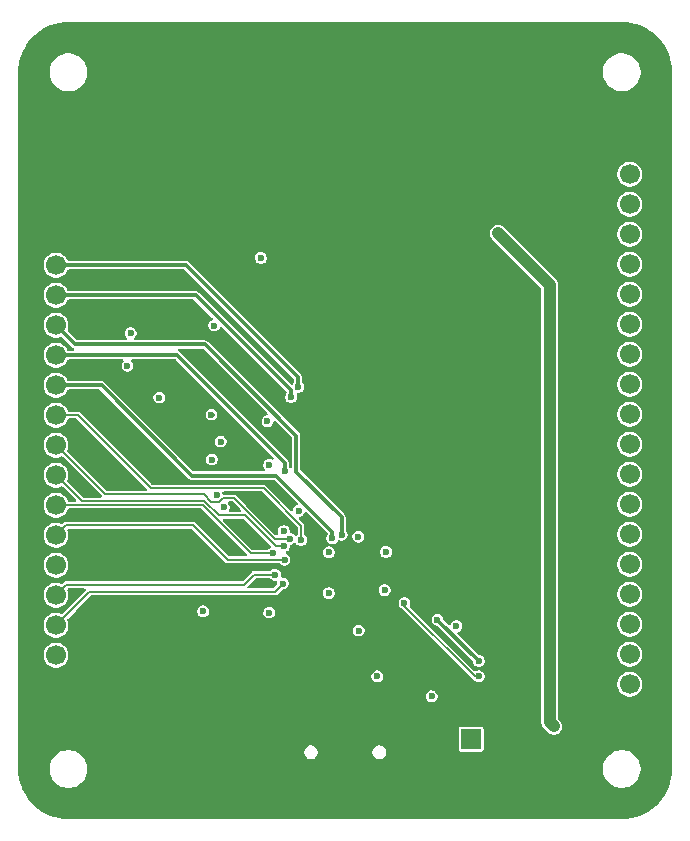
<source format=gbr>
%TF.GenerationSoftware,KiCad,Pcbnew,9.0.6*%
%TF.CreationDate,2025-11-30T17:52:57+02:00*%
%TF.ProjectId,laserboard,6c617365-7262-46f6-9172-642e6b696361,rev?*%
%TF.SameCoordinates,Original*%
%TF.FileFunction,Copper,L4,Bot*%
%TF.FilePolarity,Positive*%
%FSLAX46Y46*%
G04 Gerber Fmt 4.6, Leading zero omitted, Abs format (unit mm)*
G04 Created by KiCad (PCBNEW 9.0.6) date 2025-11-30 17:52:57*
%MOMM*%
%LPD*%
G01*
G04 APERTURE LIST*
%TA.AperFunction,ComponentPad*%
%ADD10R,1.700000X1.700000*%
%TD*%
%TA.AperFunction,ComponentPad*%
%ADD11C,1.700000*%
%TD*%
%TA.AperFunction,ComponentPad*%
%ADD12C,0.600000*%
%TD*%
%TA.AperFunction,HeatsinkPad*%
%ADD13O,1.000000X2.100000*%
%TD*%
%TA.AperFunction,HeatsinkPad*%
%ADD14O,1.000000X1.800000*%
%TD*%
%TA.AperFunction,ViaPad*%
%ADD15C,0.600000*%
%TD*%
%TA.AperFunction,Conductor*%
%ADD16C,0.500000*%
%TD*%
%TA.AperFunction,Conductor*%
%ADD17C,0.150000*%
%TD*%
%TA.AperFunction,Conductor*%
%ADD18C,1.000000*%
%TD*%
%TA.AperFunction,Conductor*%
%ADD19C,0.300000*%
%TD*%
%TA.AperFunction,Conductor*%
%ADD20C,0.200000*%
%TD*%
G04 APERTURE END LIST*
D10*
%TO.P,J4,1,Pin_1*%
%TO.N,GND*%
X101800000Y-154300000D03*
D11*
%TO.P,J4,2,Pin_2*%
%TO.N,/Didital/GPIO29_ADC3*%
X101800000Y-151760000D03*
%TO.P,J4,3,Pin_3*%
%TO.N,/Didital/GPIO28_ADC2*%
X101800000Y-149220000D03*
%TO.P,J4,4,Pin_4*%
%TO.N,/Didital/GPIO27_ADC1*%
X101800000Y-146680000D03*
%TO.P,J4,5,Pin_5*%
%TO.N,/Didital/GPIO26_ADC0*%
X101800000Y-144140000D03*
%TO.P,J4,6,Pin_6*%
%TO.N,/Didital/GPIO25*%
X101800000Y-141600000D03*
%TO.P,J4,7,Pin_7*%
%TO.N,/Didital/GPIO24*%
X101800000Y-139060000D03*
%TO.P,J4,8,Pin_8*%
%TO.N,/Didital/GPIO23*%
X101800000Y-136520000D03*
%TO.P,J4,9,Pin_9*%
%TO.N,/Didital/GPIO22*%
X101800000Y-133980000D03*
%TO.P,J4,10,Pin_10*%
%TO.N,/Didital/GPIO21*%
X101800000Y-131440000D03*
%TO.P,J4,11,Pin_11*%
%TO.N,/Didital/GPIO20*%
X101800000Y-128900000D03*
%TO.P,J4,12,Pin_12*%
%TO.N,/Didital/GPIO16*%
X101800000Y-126360000D03*
%TO.P,J4,13,Pin_13*%
%TO.N,/Didital/RUN*%
X101800000Y-123820000D03*
%TO.P,J4,14,Pin_14*%
%TO.N,/Didital/SWD*%
X101800000Y-121280000D03*
%TO.P,J4,15,Pin_15*%
%TO.N,/Didital/SWCLK*%
X101800000Y-118740000D03*
%TO.P,J4,16,Pin_16*%
%TO.N,GND*%
X101800000Y-116200000D03*
%TO.P,J4,17,Pin_17*%
X101800000Y-113660000D03*
%TO.P,J4,18,Pin_18*%
X101800000Y-111120000D03*
%TO.P,J4,19,Pin_19*%
X101800000Y-108580000D03*
%TD*%
D12*
%TO.P,U7,57,GND*%
%TO.N,GND*%
X128637500Y-145300000D03*
X128637500Y-144025000D03*
X128637500Y-142750000D03*
X127362500Y-145300000D03*
X127362500Y-144025000D03*
X127362500Y-142750000D03*
X126087500Y-145300000D03*
X126087500Y-144025000D03*
X126087500Y-142750000D03*
%TD*%
D13*
%TO.P,J2,S1,SHIELD*%
%TO.N,GND*%
X121960000Y-159370000D03*
D14*
X121960000Y-163550000D03*
D13*
X130600000Y-159370000D03*
D14*
X130600000Y-163550000D03*
%TD*%
D10*
%TO.P,J1,1,Pin_1*%
%TO.N,/Didital/~{USB_BOOT}*%
X136950000Y-158875000D03*
D11*
%TO.P,J1,2,Pin_2*%
%TO.N,GND*%
X134410000Y-158875000D03*
%TD*%
D10*
%TO.P,J3,1,Pin_1*%
%TO.N,GND*%
X150370000Y-108510000D03*
D11*
%TO.P,J3,2,Pin_2*%
%TO.N,/Didital/GPIO15*%
X150370000Y-111050000D03*
%TO.P,J3,3,Pin_3*%
%TO.N,/Didital/GPIO14*%
X150370000Y-113590000D03*
%TO.P,J3,4,Pin_4*%
%TO.N,/Didital/GPIO13*%
X150370000Y-116130000D03*
%TO.P,J3,5,Pin_5*%
%TO.N,/Didital/GPIO12*%
X150370000Y-118670000D03*
%TO.P,J3,6,Pin_6*%
%TO.N,/Didital/GPIO11*%
X150370000Y-121210000D03*
%TO.P,J3,7,Pin_7*%
%TO.N,/Didital/GPIO10*%
X150370000Y-123750000D03*
%TO.P,J3,8,Pin_8*%
%TO.N,/Didital/GPIO9*%
X150370000Y-126290000D03*
%TO.P,J3,9,Pin_9*%
%TO.N,/Didital/GPIO8*%
X150370000Y-128830000D03*
%TO.P,J3,10,Pin_10*%
%TO.N,/Didital/GPIO7*%
X150370000Y-131370000D03*
%TO.P,J3,11,Pin_11*%
%TO.N,/Didital/GPIO6*%
X150370000Y-133910000D03*
%TO.P,J3,12,Pin_12*%
%TO.N,/Didital/GPIO5*%
X150370000Y-136450000D03*
%TO.P,J3,13,Pin_13*%
%TO.N,/Didital/GPIO4*%
X150370000Y-138990000D03*
%TO.P,J3,14,Pin_14*%
%TO.N,/Didital/GPIO3*%
X150370000Y-141530000D03*
%TO.P,J3,15,Pin_15*%
%TO.N,/Didital/GPIO2*%
X150370000Y-144070000D03*
%TO.P,J3,16,Pin_16*%
%TO.N,/Didital/GPIO1*%
X150370000Y-146610000D03*
%TO.P,J3,17,Pin_17*%
%TO.N,/Didital/GPIO0*%
X150370000Y-149150000D03*
%TO.P,J3,18,Pin_18*%
%TO.N,+3V3*%
X150370000Y-151690000D03*
%TO.P,J3,19,Pin_19*%
%TO.N,+5V*%
X150370000Y-154230000D03*
%TD*%
D15*
%TO.N,/RX frontend/Vref_Filter*%
X119700000Y-131950000D03*
X110550000Y-129950000D03*
X115400000Y-138200000D03*
X115000000Y-135200000D03*
X115190000Y-123850000D03*
X114962500Y-131387500D03*
%TO.N,GND*%
X130100000Y-132050000D03*
X120800000Y-147650000D03*
X108600000Y-106850000D03*
X152800000Y-121850000D03*
X137475000Y-149700000D03*
X131900000Y-155000000D03*
X133200000Y-148000000D03*
X116400000Y-145100000D03*
X134060000Y-114440000D03*
X125100000Y-135350000D03*
X110800000Y-132450000D03*
X128950000Y-152550000D03*
X147800000Y-111200000D03*
X107950000Y-129175000D03*
X108500000Y-164000000D03*
X134360000Y-117740000D03*
X119450000Y-128425000D03*
X120850000Y-124650000D03*
X112558930Y-134841072D03*
X136350000Y-142750000D03*
X153350000Y-147350000D03*
X153350000Y-152400000D03*
X119450000Y-139350000D03*
X116100000Y-142050000D03*
X108500000Y-142250000D03*
X107650000Y-115200000D03*
X123600000Y-150700000D03*
X138460000Y-121240000D03*
X143450000Y-102750000D03*
X132660000Y-124040000D03*
X122425000Y-116925000D03*
X127650000Y-152600000D03*
X144900000Y-147150000D03*
X107000000Y-117950000D03*
X131560000Y-119940000D03*
X104150000Y-142650000D03*
X125600000Y-136240000D03*
X144800000Y-121200000D03*
X147450000Y-156450000D03*
X133100000Y-132750000D03*
X153050000Y-141250000D03*
X116400000Y-164100000D03*
X122200000Y-127200000D03*
X152700000Y-134150000D03*
X99700000Y-137650000D03*
X108450000Y-158400000D03*
X131560000Y-117840000D03*
X138260000Y-123540000D03*
X144900000Y-143300000D03*
X153350000Y-156100000D03*
X144850000Y-138100000D03*
X126500000Y-136240000D03*
X137960000Y-118140000D03*
X120450000Y-132500000D03*
X141650000Y-147100000D03*
X130000000Y-135350000D03*
X123850000Y-155750000D03*
X119250000Y-112600000D03*
X135000000Y-127950000D03*
X134900000Y-132350000D03*
X119300000Y-142250000D03*
X105850000Y-135650000D03*
X122600000Y-120350000D03*
X136900000Y-125350000D03*
X138900000Y-147350000D03*
X144200000Y-115500000D03*
X127650000Y-154550000D03*
X133100000Y-126150000D03*
X108600000Y-102950000D03*
X140750000Y-153700000D03*
X143450000Y-106200000D03*
X125000000Y-131950000D03*
X147900000Y-147900000D03*
X133100000Y-128050000D03*
X110000000Y-136500000D03*
X144850000Y-130900000D03*
X106450000Y-122350000D03*
X131700000Y-135450000D03*
X116958927Y-139341072D03*
X99350000Y-126100000D03*
X135000000Y-126150000D03*
X119500000Y-145700000D03*
X112300000Y-112400000D03*
X142087500Y-135550000D03*
X145150000Y-153700000D03*
X138802500Y-138750000D03*
X114700000Y-143400000D03*
X108700000Y-133000000D03*
X120400000Y-130350000D03*
X99500000Y-145750000D03*
X105950000Y-144450000D03*
X121800000Y-151800000D03*
X107050000Y-139950000D03*
X105350000Y-156500000D03*
%TO.N,+3V3*%
X129750000Y-143025000D03*
X115750000Y-133675000D03*
X122350000Y-139550000D03*
X116000000Y-139241072D03*
X133610000Y-155250000D03*
X127400000Y-141725000D03*
X124911500Y-143050000D03*
X107850000Y-127250000D03*
X119850000Y-148150000D03*
X127425000Y-149675000D03*
X129625000Y-146250000D03*
X119150000Y-118125000D03*
X121100000Y-141250000D03*
X135700000Y-149300000D03*
X119850000Y-135650000D03*
X114250000Y-148050000D03*
X108125000Y-124500000D03*
X129000000Y-153550000D03*
X124900000Y-146500000D03*
%TO.N,+5V*%
X143950000Y-157800000D03*
X139250000Y-116040000D03*
%TO.N,/Didital/RUN*%
X125982891Y-141574000D03*
%TO.N,/Didital/GPIO16*%
X121150000Y-136150000D03*
%TO.N,/Didital/SWD*%
X121700000Y-129900000D03*
%TO.N,/Didital/GPIO28_ADC2*%
X121000000Y-145700000D03*
%TO.N,/Didital/GPIO23*%
X121100000Y-142525000D03*
%TO.N,/Didital/GPIO24*%
X120200000Y-143100000D03*
%TO.N,/Didital/GPIO25*%
X121150000Y-143675000D03*
%TO.N,/Didital/GPIO21*%
X122550000Y-142000000D03*
%TO.N,/Didital/GPIO22*%
X121600000Y-141900000D03*
%TO.N,/Didital/GPIO20*%
X125200000Y-141850000D03*
%TO.N,/Didital/SWCLK*%
X122300000Y-129050000D03*
%TO.N,/Didital/GPIO27_ADC1*%
X120350000Y-144950000D03*
%TO.N,/Didital/QSPI_SS*%
X131300000Y-147350000D03*
X137600000Y-153550000D03*
%TO.N,/Didital/QSPI_SD1*%
X137600000Y-152250000D03*
X134100000Y-148750000D03*
%TD*%
D16*
%TO.N,/RX frontend/Vref_Filter*%
X115000000Y-131425000D02*
X114962500Y-131387500D01*
D17*
%TO.N,GND*%
X101900000Y-116300000D02*
X101800000Y-116200000D01*
D18*
%TO.N,+5V*%
X143600000Y-120390000D02*
X139250000Y-116040000D01*
X143600000Y-157450000D02*
X143600000Y-120390000D01*
X143950000Y-157800000D02*
X143600000Y-157450000D01*
D19*
%TO.N,/Didital/RUN*%
X114400000Y-125450000D02*
X103430000Y-125450000D01*
X103430000Y-125450000D02*
X101800000Y-123820000D01*
X122150000Y-133200000D02*
X114400000Y-125450000D01*
X125982891Y-141574000D02*
X125982891Y-140094797D01*
X122150000Y-136261906D02*
X122150000Y-133200000D01*
X125982891Y-140094797D02*
X122150000Y-136261906D01*
%TO.N,/Didital/GPIO16*%
X106690000Y-126360000D02*
X101800000Y-126360000D01*
X112050000Y-126350000D02*
X106700000Y-126350000D01*
X121150000Y-135450000D02*
X112050000Y-126350000D01*
X121150000Y-136150000D02*
X121150000Y-135450000D01*
X106700000Y-126350000D02*
X106690000Y-126360000D01*
%TO.N,/Didital/SWD*%
X121700000Y-129345412D02*
X113634588Y-121280000D01*
X121700000Y-129900000D02*
X121700000Y-129345412D01*
X113634588Y-121280000D02*
X101800000Y-121280000D01*
D20*
%TO.N,/Didital/GPIO28_ADC2*%
X120349943Y-146400000D02*
X104620000Y-146400000D01*
X121000000Y-145749943D02*
X120349943Y-146400000D01*
X104620000Y-146400000D02*
X101800000Y-149220000D01*
X121000000Y-145700000D02*
X121000000Y-145749943D01*
D17*
%TO.N,/Didital/GPIO23*%
X103989000Y-138709000D02*
X101800000Y-136520000D01*
X115567072Y-139917072D02*
X114359000Y-138709000D01*
X117781660Y-139917072D02*
X115567072Y-139917072D01*
X114359000Y-138709000D02*
X103989000Y-138709000D01*
X121100000Y-142525000D02*
X120389588Y-142525000D01*
X120389588Y-142525000D02*
X117781660Y-139917072D01*
%TO.N,/Didital/GPIO24*%
X120150000Y-143150000D02*
X118300000Y-143150000D01*
X118300000Y-143150000D02*
X114210000Y-139060000D01*
X120200000Y-143100000D02*
X120150000Y-143150000D01*
X114210000Y-139060000D02*
X101800000Y-139060000D01*
D20*
%TO.N,/Didital/GPIO25*%
X116325000Y-143675000D02*
X113400000Y-140750000D01*
X113400000Y-140750000D02*
X102650000Y-140750000D01*
D17*
X121150000Y-143675000D02*
X116325000Y-143675000D01*
D20*
X102650000Y-140750000D02*
X101800000Y-141600000D01*
D17*
%TO.N,/Didital/GPIO21*%
X103640000Y-131440000D02*
X101800000Y-131440000D01*
X119374000Y-137624000D02*
X109824000Y-137624000D01*
X122550000Y-142000000D02*
X122550000Y-140800000D01*
X122550000Y-140800000D02*
X119374000Y-137624000D01*
X109824000Y-137624000D02*
X103640000Y-131440000D01*
%TO.N,/Didital/GPIO22*%
X117650000Y-139250000D02*
X117650000Y-139217557D01*
X121600000Y-141900000D02*
X120300000Y-141900000D01*
X117650000Y-139217557D02*
X116882443Y-138450000D01*
X115638588Y-138776000D02*
X114922389Y-138776000D01*
X116882443Y-138450000D02*
X115964588Y-138450000D01*
X114296389Y-138150000D02*
X105970000Y-138150000D01*
X115964588Y-138450000D02*
X115638588Y-138776000D01*
X120300000Y-141900000D02*
X117650000Y-139250000D01*
X114922389Y-138776000D02*
X114296389Y-138150000D01*
X105970000Y-138150000D02*
X101800000Y-133980000D01*
D19*
%TO.N,/Didital/GPIO20*%
X120450000Y-136550000D02*
X113310412Y-136550000D01*
X125200000Y-141300000D02*
X120450000Y-136550000D01*
X125200000Y-141850000D02*
X125200000Y-141300000D01*
X105660412Y-128900000D02*
X101800000Y-128900000D01*
X113310412Y-136550000D02*
X105660412Y-128900000D01*
%TO.N,/Didital/SWCLK*%
X122300000Y-129050000D02*
X122300000Y-128235412D01*
X112804588Y-118740000D02*
X101800000Y-118740000D01*
X122300000Y-128235412D02*
X112804588Y-118740000D01*
D20*
%TO.N,/Didital/GPIO27_ADC1*%
X120350000Y-144950000D02*
X118550000Y-144950000D01*
X117700000Y-145800000D02*
X102680000Y-145800000D01*
X118550000Y-144950000D02*
X117700000Y-145800000D01*
X102680000Y-145800000D02*
X101800000Y-146680000D01*
%TO.N,/Didital/QSPI_SS*%
X137250057Y-153550000D02*
X131300000Y-147599943D01*
X131300000Y-147599943D02*
X131300000Y-147350000D01*
X137600000Y-153550000D02*
X137250057Y-153550000D01*
D19*
%TO.N,/Didital/QSPI_SD1*%
X134100000Y-148750000D02*
X137600000Y-152250000D01*
%TD*%
%TA.AperFunction,Conductor*%
%TO.N,GND*%
G36*
X119958363Y-145270185D02*
G01*
X119979005Y-145286819D01*
X120042686Y-145350500D01*
X120156814Y-145416392D01*
X120284108Y-145450500D01*
X120284110Y-145450500D01*
X120387098Y-145450500D01*
X120454137Y-145470185D01*
X120499892Y-145522989D01*
X120510890Y-145581687D01*
X120510155Y-145594341D01*
X120499500Y-145634108D01*
X120499500Y-145765892D01*
X120500071Y-145768026D01*
X120499302Y-145781285D01*
X120491227Y-145803852D01*
X120487418Y-145827507D01*
X120477995Y-145840836D01*
X120475765Y-145847071D01*
X120470991Y-145850745D01*
X120463191Y-145861779D01*
X120261789Y-146063182D01*
X120200469Y-146096666D01*
X120174110Y-146099500D01*
X118124833Y-146099500D01*
X118057794Y-146079815D01*
X118012039Y-146027011D01*
X118002095Y-145957853D01*
X118031120Y-145894297D01*
X118037152Y-145887819D01*
X118638152Y-145286819D01*
X118699475Y-145253334D01*
X118725833Y-145250500D01*
X119891324Y-145250500D01*
X119958363Y-145270185D01*
G37*
%TD.AperFunction*%
%TA.AperFunction,Conductor*%
G36*
X117683222Y-140212257D02*
G01*
X117703864Y-140228891D01*
X119957062Y-142482090D01*
X119990547Y-142543413D01*
X119985563Y-142613105D01*
X119943691Y-142669038D01*
X119931384Y-142677157D01*
X119892686Y-142699500D01*
X119892683Y-142699502D01*
X119799501Y-142792684D01*
X119799497Y-142792689D01*
X119788060Y-142812500D01*
X119737493Y-142860716D01*
X119680673Y-142874500D01*
X118465478Y-142874500D01*
X118398439Y-142854815D01*
X118377797Y-142838181D01*
X117162521Y-141622905D01*
X115943867Y-140404252D01*
X115910383Y-140342930D01*
X115915367Y-140273238D01*
X115957239Y-140217305D01*
X116022703Y-140192888D01*
X116031549Y-140192572D01*
X117616183Y-140192572D01*
X117683222Y-140212257D01*
G37*
%TD.AperFunction*%
%TA.AperFunction,Conductor*%
G36*
X119275562Y-137919185D02*
G01*
X119296204Y-137935819D01*
X122238181Y-140877796D01*
X122271666Y-140939119D01*
X122274500Y-140965477D01*
X122274500Y-141516324D01*
X122265854Y-141545766D01*
X122259331Y-141575753D01*
X122255577Y-141580767D01*
X122254815Y-141583363D01*
X122238184Y-141604001D01*
X122219281Y-141622905D01*
X122205907Y-141636279D01*
X122144583Y-141669763D01*
X122074892Y-141664777D01*
X122018959Y-141622905D01*
X122010845Y-141610604D01*
X122000500Y-141592686D01*
X121907314Y-141499500D01*
X121793186Y-141433608D01*
X121724194Y-141415121D01*
X121692406Y-141406604D01*
X121632746Y-141370238D01*
X121602217Y-141307391D01*
X121600500Y-141286829D01*
X121600500Y-141184110D01*
X121600500Y-141184108D01*
X121566392Y-141056814D01*
X121562969Y-141050886D01*
X121554730Y-141036615D01*
X121500500Y-140942686D01*
X121407314Y-140849500D01*
X121350250Y-140816554D01*
X121293187Y-140783608D01*
X121229539Y-140766554D01*
X121165892Y-140749500D01*
X121034108Y-140749500D01*
X120906812Y-140783608D01*
X120792686Y-140849500D01*
X120792683Y-140849502D01*
X120699502Y-140942683D01*
X120699500Y-140942686D01*
X120633608Y-141056812D01*
X120607974Y-141152483D01*
X120599500Y-141184108D01*
X120599500Y-141315892D01*
X120629146Y-141426535D01*
X120633609Y-141443188D01*
X120635738Y-141448330D01*
X120636309Y-141448989D01*
X120636467Y-141450089D01*
X120636720Y-141450700D01*
X120636564Y-141450764D01*
X120640473Y-141477951D01*
X120647375Y-141506397D01*
X120645388Y-141512136D01*
X120646253Y-141518147D01*
X120634095Y-141544768D01*
X120624524Y-141572425D01*
X120619750Y-141576178D01*
X120617228Y-141581703D01*
X120592609Y-141597524D01*
X120569604Y-141615617D01*
X120562251Y-141617034D01*
X120558450Y-141619477D01*
X120523515Y-141624500D01*
X120465477Y-141624500D01*
X120398438Y-141604815D01*
X120377796Y-141588181D01*
X117923940Y-139134325D01*
X117897059Y-139094095D01*
X117896800Y-139093469D01*
X117883558Y-139061499D01*
X117038501Y-138216443D01*
X117038499Y-138216442D01*
X116937243Y-138174500D01*
X116019388Y-138174500D01*
X116006471Y-138174500D01*
X115979749Y-138166653D01*
X115952287Y-138162035D01*
X115946688Y-138156945D01*
X115939432Y-138154815D01*
X115921199Y-138133774D01*
X115900588Y-138115036D01*
X115896314Y-138105054D01*
X115893677Y-138102011D01*
X115886696Y-138082591D01*
X115879462Y-138055591D01*
X115881126Y-137985741D01*
X115920289Y-137927879D01*
X115984519Y-137900377D01*
X115999237Y-137899500D01*
X119208523Y-137899500D01*
X119275562Y-137919185D01*
G37*
%TD.AperFunction*%
%TA.AperFunction,Conductor*%
G36*
X116784005Y-138745185D02*
G01*
X116804647Y-138761819D01*
X117376061Y-139333234D01*
X117380567Y-139339952D01*
X117384660Y-139342773D01*
X117402775Y-139373063D01*
X117402839Y-139373216D01*
X117402925Y-139373647D01*
X117403005Y-139373615D01*
X117403005Y-139373616D01*
X117416443Y-139406058D01*
X117416444Y-139406059D01*
X117440276Y-139429891D01*
X117473761Y-139491214D01*
X117468777Y-139560906D01*
X117426905Y-139616839D01*
X117361441Y-139641256D01*
X117352595Y-139641572D01*
X116561474Y-139641572D01*
X116494435Y-139621887D01*
X116448680Y-139569083D01*
X116438736Y-139499925D01*
X116454087Y-139455572D01*
X116466390Y-139434261D01*
X116466392Y-139434258D01*
X116500500Y-139306964D01*
X116500500Y-139175180D01*
X116466392Y-139047886D01*
X116400500Y-138933758D01*
X116400495Y-138933753D01*
X116395553Y-138927312D01*
X116397653Y-138925699D01*
X116393310Y-138917744D01*
X116378810Y-138901011D01*
X116376893Y-138887679D01*
X116370438Y-138875858D01*
X116372017Y-138853771D01*
X116368866Y-138831853D01*
X116374461Y-138819601D01*
X116375422Y-138806166D01*
X116388692Y-138788439D01*
X116397891Y-138768297D01*
X116409222Y-138761014D01*
X116417294Y-138750233D01*
X116438039Y-138742495D01*
X116456669Y-138730523D01*
X116478587Y-138727371D01*
X116482758Y-138725816D01*
X116491604Y-138725500D01*
X116716966Y-138725500D01*
X116784005Y-138745185D01*
G37*
%TD.AperFunction*%
%TA.AperFunction,Conductor*%
G36*
X114270495Y-125820185D02*
G01*
X114291137Y-125836819D01*
X119694953Y-131240635D01*
X119728438Y-131301958D01*
X119723454Y-131371650D01*
X119681582Y-131427583D01*
X119639366Y-131448091D01*
X119634108Y-131449500D01*
X119506814Y-131483608D01*
X119506812Y-131483608D01*
X119506812Y-131483609D01*
X119392686Y-131549500D01*
X119392683Y-131549502D01*
X119299502Y-131642683D01*
X119299500Y-131642686D01*
X119233608Y-131756812D01*
X119199500Y-131884108D01*
X119199500Y-132015891D01*
X119233608Y-132143187D01*
X119258312Y-132185975D01*
X119299500Y-132257314D01*
X119392686Y-132350500D01*
X119506814Y-132416392D01*
X119634108Y-132450500D01*
X119634110Y-132450500D01*
X119765890Y-132450500D01*
X119765892Y-132450500D01*
X119893186Y-132416392D01*
X120007314Y-132350500D01*
X120100500Y-132257314D01*
X120166392Y-132143186D01*
X120200500Y-132015892D01*
X120200500Y-132015888D01*
X120201908Y-132010634D01*
X120238273Y-131950974D01*
X120301119Y-131920444D01*
X120370495Y-131928738D01*
X120409364Y-131955046D01*
X121763181Y-133308863D01*
X121796666Y-133370186D01*
X121799500Y-133396544D01*
X121799500Y-135811192D01*
X121790654Y-135841316D01*
X121783608Y-135871926D01*
X121780886Y-135874583D01*
X121779815Y-135878231D01*
X121756091Y-135898787D01*
X121733611Y-135920733D01*
X121729883Y-135921496D01*
X121727011Y-135923986D01*
X121695930Y-135928454D01*
X121665164Y-135934760D01*
X121661618Y-135933388D01*
X121657853Y-135933930D01*
X121629281Y-135920881D01*
X121599998Y-135909556D01*
X121597003Y-135906141D01*
X121594297Y-135904905D01*
X121575344Y-135884300D01*
X121571430Y-135878938D01*
X121550500Y-135842686D01*
X121530014Y-135822200D01*
X121524344Y-135814432D01*
X121515651Y-135790239D01*
X121503334Y-135767682D01*
X121501535Y-135750952D01*
X121500718Y-135748678D01*
X121501108Y-135746982D01*
X121500500Y-135741324D01*
X121500500Y-135403858D01*
X121500500Y-135403856D01*
X121476614Y-135314712D01*
X121471059Y-135305090D01*
X121430473Y-135234794D01*
X121430470Y-135234791D01*
X121430469Y-135234788D01*
X121365212Y-135169531D01*
X112265212Y-126069530D01*
X112200011Y-126031886D01*
X112151797Y-125981321D01*
X112138573Y-125912714D01*
X112164541Y-125847849D01*
X112221455Y-125807320D01*
X112262012Y-125800500D01*
X114203456Y-125800500D01*
X114270495Y-125820185D01*
G37*
%TD.AperFunction*%
%TA.AperFunction,Conductor*%
G36*
X149712856Y-98150631D02*
G01*
X150096378Y-98168362D01*
X150107768Y-98169418D01*
X150485176Y-98222064D01*
X150496420Y-98224166D01*
X150867361Y-98311410D01*
X150878351Y-98314537D01*
X151239679Y-98435642D01*
X151250333Y-98439770D01*
X151598922Y-98593687D01*
X151609170Y-98598790D01*
X151942061Y-98784210D01*
X151951799Y-98790239D01*
X152263421Y-99003704D01*
X152266172Y-99005588D01*
X152275312Y-99012491D01*
X152568459Y-99255918D01*
X152576923Y-99263634D01*
X152846365Y-99533076D01*
X152854081Y-99541540D01*
X153097508Y-99834687D01*
X153104411Y-99843827D01*
X153319760Y-100158200D01*
X153325789Y-100167938D01*
X153511209Y-100500829D01*
X153516314Y-100511082D01*
X153670224Y-100859653D01*
X153674362Y-100870333D01*
X153795458Y-101231635D01*
X153798592Y-101242651D01*
X153885831Y-101613571D01*
X153887936Y-101624830D01*
X153940580Y-102002224D01*
X153941637Y-102013628D01*
X153959368Y-102397142D01*
X153959500Y-102402869D01*
X153959500Y-161397128D01*
X153959368Y-161402855D01*
X153941636Y-161786370D01*
X153940579Y-161797774D01*
X153887935Y-162175169D01*
X153885830Y-162186428D01*
X153798591Y-162557347D01*
X153795457Y-162568363D01*
X153674361Y-162929665D01*
X153670223Y-162940345D01*
X153516313Y-163288917D01*
X153511208Y-163299170D01*
X153325789Y-163632060D01*
X153319760Y-163641798D01*
X153104410Y-163956171D01*
X153097507Y-163965311D01*
X152854080Y-164258459D01*
X152846364Y-164266923D01*
X152576923Y-164536364D01*
X152568459Y-164544080D01*
X152275311Y-164787507D01*
X152266171Y-164794410D01*
X151951798Y-165009760D01*
X151942060Y-165015789D01*
X151609170Y-165201208D01*
X151598917Y-165206313D01*
X151250345Y-165360223D01*
X151239665Y-165364361D01*
X150878363Y-165485457D01*
X150867347Y-165488591D01*
X150496428Y-165575830D01*
X150485169Y-165577935D01*
X150107774Y-165630579D01*
X150096370Y-165631636D01*
X149712855Y-165649368D01*
X149707128Y-165649500D01*
X102852849Y-165649500D01*
X102847122Y-165649368D01*
X102463628Y-165631637D01*
X102452224Y-165630580D01*
X102074830Y-165577936D01*
X102063571Y-165575831D01*
X101692651Y-165488592D01*
X101681635Y-165485458D01*
X101320333Y-165364362D01*
X101309653Y-165360224D01*
X100961082Y-165206314D01*
X100950829Y-165201209D01*
X100617938Y-165015789D01*
X100608200Y-165009760D01*
X100293827Y-164794411D01*
X100284687Y-164787508D01*
X99991540Y-164544081D01*
X99983076Y-164536365D01*
X99713634Y-164266923D01*
X99705918Y-164258459D01*
X99565990Y-164089951D01*
X99462489Y-163965309D01*
X99455588Y-163956172D01*
X99455587Y-163956171D01*
X99347913Y-163798985D01*
X99240239Y-163641799D01*
X99234210Y-163632061D01*
X99054951Y-163310231D01*
X99048788Y-163299166D01*
X99043685Y-163288917D01*
X98916336Y-163000500D01*
X98889770Y-162940333D01*
X98885642Y-162929679D01*
X98764537Y-162568351D01*
X98761410Y-162557361D01*
X98674166Y-162186420D01*
X98672063Y-162175169D01*
X98654603Y-162050004D01*
X98619418Y-161797768D01*
X98618362Y-161786371D01*
X98617826Y-161774785D01*
X98600631Y-161402855D01*
X98600499Y-161397129D01*
X98600499Y-161274038D01*
X101249500Y-161274038D01*
X101249500Y-161525961D01*
X101288910Y-161774785D01*
X101366760Y-162014383D01*
X101445413Y-162168747D01*
X101448685Y-162175169D01*
X101481132Y-162238848D01*
X101629201Y-162442649D01*
X101629205Y-162442654D01*
X101807345Y-162620794D01*
X101807350Y-162620798D01*
X101985117Y-162749952D01*
X102011155Y-162768870D01*
X102154184Y-162841747D01*
X102235616Y-162883239D01*
X102235618Y-162883239D01*
X102235621Y-162883241D01*
X102475215Y-162961090D01*
X102724038Y-163000500D01*
X102724039Y-163000500D01*
X102975961Y-163000500D01*
X102975962Y-163000500D01*
X103224785Y-162961090D01*
X103464379Y-162883241D01*
X103688845Y-162768870D01*
X103892656Y-162620793D01*
X104070793Y-162442656D01*
X104218870Y-162238845D01*
X104333241Y-162014379D01*
X104411090Y-161774785D01*
X104450500Y-161525962D01*
X104450500Y-161274038D01*
X148109500Y-161274038D01*
X148109500Y-161525961D01*
X148148910Y-161774785D01*
X148226760Y-162014383D01*
X148305413Y-162168747D01*
X148308685Y-162175169D01*
X148341132Y-162238848D01*
X148489201Y-162442649D01*
X148489205Y-162442654D01*
X148667345Y-162620794D01*
X148667350Y-162620798D01*
X148845117Y-162749952D01*
X148871155Y-162768870D01*
X149014184Y-162841747D01*
X149095616Y-162883239D01*
X149095618Y-162883239D01*
X149095621Y-162883241D01*
X149335215Y-162961090D01*
X149584038Y-163000500D01*
X149584039Y-163000500D01*
X149835961Y-163000500D01*
X149835962Y-163000500D01*
X150084785Y-162961090D01*
X150324379Y-162883241D01*
X150548845Y-162768870D01*
X150752656Y-162620793D01*
X150930793Y-162442656D01*
X151078870Y-162238845D01*
X151193241Y-162014379D01*
X151271090Y-161774785D01*
X151310500Y-161525962D01*
X151310500Y-161274038D01*
X151271090Y-161025215D01*
X151193241Y-160785621D01*
X151193239Y-160785618D01*
X151193239Y-160785616D01*
X151151747Y-160704184D01*
X151078870Y-160561155D01*
X151042634Y-160511280D01*
X150930798Y-160357350D01*
X150930794Y-160357345D01*
X150752654Y-160179205D01*
X150752649Y-160179201D01*
X150548848Y-160031132D01*
X150548847Y-160031131D01*
X150548845Y-160031130D01*
X150478747Y-159995413D01*
X150324383Y-159916760D01*
X150084785Y-159838910D01*
X149859518Y-159803231D01*
X149835962Y-159799500D01*
X149584038Y-159799500D01*
X149560482Y-159803231D01*
X149335214Y-159838910D01*
X149095616Y-159916760D01*
X148871151Y-160031132D01*
X148667350Y-160179201D01*
X148667345Y-160179205D01*
X148489205Y-160357345D01*
X148489201Y-160357350D01*
X148341132Y-160561151D01*
X148226760Y-160785616D01*
X148148910Y-161025214D01*
X148109500Y-161274038D01*
X104450500Y-161274038D01*
X104411090Y-161025215D01*
X104333241Y-160785621D01*
X104333239Y-160785618D01*
X104333239Y-160785616D01*
X104291747Y-160704184D01*
X104218870Y-160561155D01*
X104182634Y-160511280D01*
X104070798Y-160357350D01*
X104070794Y-160357345D01*
X103892654Y-160179205D01*
X103892649Y-160179201D01*
X103688848Y-160031132D01*
X103688847Y-160031131D01*
X103688845Y-160031130D01*
X103607053Y-159989455D01*
X103464383Y-159916760D01*
X103410443Y-159899234D01*
X122814500Y-159899234D01*
X122814500Y-160050765D01*
X122853719Y-160197136D01*
X122891602Y-160262750D01*
X122929485Y-160328365D01*
X123036635Y-160435515D01*
X123167865Y-160511281D01*
X123314234Y-160550500D01*
X123314236Y-160550500D01*
X123465764Y-160550500D01*
X123465766Y-160550500D01*
X123612135Y-160511281D01*
X123743365Y-160435515D01*
X123850515Y-160328365D01*
X123926281Y-160197135D01*
X123965500Y-160050766D01*
X123965500Y-159899234D01*
X128594500Y-159899234D01*
X128594500Y-160050765D01*
X128633719Y-160197136D01*
X128671602Y-160262750D01*
X128709485Y-160328365D01*
X128816635Y-160435515D01*
X128947865Y-160511281D01*
X129094234Y-160550500D01*
X129094236Y-160550500D01*
X129245764Y-160550500D01*
X129245766Y-160550500D01*
X129392135Y-160511281D01*
X129523365Y-160435515D01*
X129630515Y-160328365D01*
X129706281Y-160197135D01*
X129745500Y-160050766D01*
X129745500Y-159899234D01*
X129706281Y-159752865D01*
X129630515Y-159621635D01*
X129523365Y-159514485D01*
X129457750Y-159476602D01*
X129392136Y-159438719D01*
X129318950Y-159419109D01*
X129245766Y-159399500D01*
X129094234Y-159399500D01*
X128947863Y-159438719D01*
X128816635Y-159514485D01*
X128816632Y-159514487D01*
X128709487Y-159621632D01*
X128709485Y-159621635D01*
X128633719Y-159752863D01*
X128594500Y-159899234D01*
X123965500Y-159899234D01*
X123926281Y-159752865D01*
X123850515Y-159621635D01*
X123743365Y-159514485D01*
X123677750Y-159476602D01*
X123612136Y-159438719D01*
X123538950Y-159419109D01*
X123465766Y-159399500D01*
X123314234Y-159399500D01*
X123167863Y-159438719D01*
X123036635Y-159514485D01*
X123036632Y-159514487D01*
X122929487Y-159621632D01*
X122929485Y-159621635D01*
X122853719Y-159752863D01*
X122814500Y-159899234D01*
X103410443Y-159899234D01*
X103224785Y-159838910D01*
X102999518Y-159803231D01*
X102975962Y-159799500D01*
X102724038Y-159799500D01*
X102700482Y-159803231D01*
X102475214Y-159838910D01*
X102235616Y-159916760D01*
X102011151Y-160031132D01*
X101807350Y-160179201D01*
X101807345Y-160179205D01*
X101629205Y-160357345D01*
X101629201Y-160357350D01*
X101481132Y-160561151D01*
X101366760Y-160785616D01*
X101288910Y-161025214D01*
X101249500Y-161274038D01*
X98600499Y-161274038D01*
X98600499Y-158005247D01*
X135899500Y-158005247D01*
X135899500Y-159744752D01*
X135911131Y-159803229D01*
X135911132Y-159803230D01*
X135955447Y-159869552D01*
X136021769Y-159913867D01*
X136021770Y-159913868D01*
X136080247Y-159925499D01*
X136080250Y-159925500D01*
X136080252Y-159925500D01*
X137819750Y-159925500D01*
X137819751Y-159925499D01*
X137834568Y-159922552D01*
X137878229Y-159913868D01*
X137878229Y-159913867D01*
X137878231Y-159913867D01*
X137944552Y-159869552D01*
X137988867Y-159803231D01*
X137988867Y-159803229D01*
X137988868Y-159803229D01*
X138000499Y-159744752D01*
X138000500Y-159744750D01*
X138000500Y-158005249D01*
X138000499Y-158005247D01*
X137988868Y-157946770D01*
X137988867Y-157946769D01*
X137944552Y-157880447D01*
X137878230Y-157836132D01*
X137878229Y-157836131D01*
X137819752Y-157824500D01*
X137819748Y-157824500D01*
X136080252Y-157824500D01*
X136080247Y-157824500D01*
X136021770Y-157836131D01*
X136021769Y-157836132D01*
X135955447Y-157880447D01*
X135911132Y-157946769D01*
X135911131Y-157946770D01*
X135899500Y-158005247D01*
X98600499Y-158005247D01*
X98600499Y-155184108D01*
X133109500Y-155184108D01*
X133109500Y-155315891D01*
X133143608Y-155443187D01*
X133176554Y-155500250D01*
X133209500Y-155557314D01*
X133302686Y-155650500D01*
X133416814Y-155716392D01*
X133544108Y-155750500D01*
X133544110Y-155750500D01*
X133675890Y-155750500D01*
X133675892Y-155750500D01*
X133803186Y-155716392D01*
X133917314Y-155650500D01*
X134010500Y-155557314D01*
X134076392Y-155443186D01*
X134110500Y-155315892D01*
X134110500Y-155184108D01*
X134076392Y-155056814D01*
X134010500Y-154942686D01*
X133917314Y-154849500D01*
X133860250Y-154816554D01*
X133803187Y-154783608D01*
X133739539Y-154766554D01*
X133675892Y-154749500D01*
X133544108Y-154749500D01*
X133416812Y-154783608D01*
X133302686Y-154849500D01*
X133302683Y-154849502D01*
X133209502Y-154942683D01*
X133209500Y-154942686D01*
X133143608Y-155056812D01*
X133109500Y-155184108D01*
X98600499Y-155184108D01*
X98600499Y-153484108D01*
X128499500Y-153484108D01*
X128499500Y-153615891D01*
X128533608Y-153743187D01*
X128560902Y-153790460D01*
X128599500Y-153857314D01*
X128692686Y-153950500D01*
X128806814Y-154016392D01*
X128934108Y-154050500D01*
X128934110Y-154050500D01*
X129065890Y-154050500D01*
X129065892Y-154050500D01*
X129193186Y-154016392D01*
X129307314Y-153950500D01*
X129400500Y-153857314D01*
X129466392Y-153743186D01*
X129500500Y-153615892D01*
X129500500Y-153484108D01*
X129466392Y-153356814D01*
X129400500Y-153242686D01*
X129307314Y-153149500D01*
X129225371Y-153102190D01*
X129193187Y-153083608D01*
X129129539Y-153066554D01*
X129065892Y-153049500D01*
X128934108Y-153049500D01*
X128806812Y-153083608D01*
X128692686Y-153149500D01*
X128692683Y-153149502D01*
X128599502Y-153242683D01*
X128599500Y-153242686D01*
X128533608Y-153356812D01*
X128499500Y-153484108D01*
X98600499Y-153484108D01*
X98600499Y-151656530D01*
X100749500Y-151656530D01*
X100749500Y-151863469D01*
X100789868Y-152066412D01*
X100789870Y-152066420D01*
X100869058Y-152257596D01*
X100984024Y-152429657D01*
X101130342Y-152575975D01*
X101130345Y-152575977D01*
X101302402Y-152690941D01*
X101493580Y-152770130D01*
X101696530Y-152810499D01*
X101696534Y-152810500D01*
X101696535Y-152810500D01*
X101903466Y-152810500D01*
X101903467Y-152810499D01*
X102106420Y-152770130D01*
X102297598Y-152690941D01*
X102469655Y-152575977D01*
X102615977Y-152429655D01*
X102730941Y-152257598D01*
X102810130Y-152066420D01*
X102850500Y-151863465D01*
X102850500Y-151656535D01*
X102810130Y-151453580D01*
X102730941Y-151262402D01*
X102615977Y-151090345D01*
X102615975Y-151090342D01*
X102469657Y-150944024D01*
X102364892Y-150874023D01*
X102297598Y-150829059D01*
X102106420Y-150749870D01*
X102106412Y-150749868D01*
X101903469Y-150709500D01*
X101903465Y-150709500D01*
X101696535Y-150709500D01*
X101696530Y-150709500D01*
X101493587Y-150749868D01*
X101493579Y-150749870D01*
X101302403Y-150829058D01*
X101130342Y-150944024D01*
X100984024Y-151090342D01*
X100869058Y-151262403D01*
X100789870Y-151453579D01*
X100789868Y-151453587D01*
X100749500Y-151656530D01*
X98600499Y-151656530D01*
X98600499Y-146576530D01*
X100749500Y-146576530D01*
X100749500Y-146783469D01*
X100789868Y-146986412D01*
X100789870Y-146986420D01*
X100869058Y-147177596D01*
X100984024Y-147349657D01*
X101130342Y-147495975D01*
X101130345Y-147495977D01*
X101302402Y-147610941D01*
X101493580Y-147690130D01*
X101696530Y-147730499D01*
X101696534Y-147730500D01*
X101696535Y-147730500D01*
X101903466Y-147730500D01*
X101903467Y-147730499D01*
X102106420Y-147690130D01*
X102297598Y-147610941D01*
X102469655Y-147495977D01*
X102615977Y-147349655D01*
X102730941Y-147177598D01*
X102810130Y-146986420D01*
X102850500Y-146783465D01*
X102850500Y-146576535D01*
X102810130Y-146373580D01*
X102768033Y-146271951D01*
X102760565Y-146202484D01*
X102791840Y-146140005D01*
X102851928Y-146104352D01*
X102882595Y-146100500D01*
X104195167Y-146100500D01*
X104262206Y-146120185D01*
X104307961Y-146172989D01*
X104317905Y-146242147D01*
X104288880Y-146305703D01*
X104282848Y-146312181D01*
X102362104Y-148232923D01*
X102300781Y-148266408D01*
X102231089Y-148261424D01*
X102226971Y-148259803D01*
X102106424Y-148209871D01*
X102106412Y-148209868D01*
X101903469Y-148169500D01*
X101903465Y-148169500D01*
X101696535Y-148169500D01*
X101696530Y-148169500D01*
X101493587Y-148209868D01*
X101493579Y-148209870D01*
X101302403Y-148289058D01*
X101130342Y-148404024D01*
X100984024Y-148550342D01*
X100869058Y-148722403D01*
X100789870Y-148913579D01*
X100789868Y-148913587D01*
X100749500Y-149116530D01*
X100749500Y-149323469D01*
X100789868Y-149526412D01*
X100789870Y-149526420D01*
X100824121Y-149609110D01*
X100869059Y-149717598D01*
X100901661Y-149766391D01*
X100984024Y-149889657D01*
X101130342Y-150035975D01*
X101130345Y-150035977D01*
X101302402Y-150150941D01*
X101493580Y-150230130D01*
X101696530Y-150270499D01*
X101696534Y-150270500D01*
X101696535Y-150270500D01*
X101903466Y-150270500D01*
X101903467Y-150270499D01*
X102106420Y-150230130D01*
X102297598Y-150150941D01*
X102469655Y-150035977D01*
X102615977Y-149889655D01*
X102730941Y-149717598D01*
X102775879Y-149609108D01*
X126924500Y-149609108D01*
X126924500Y-149740892D01*
X126931333Y-149766392D01*
X126958608Y-149868187D01*
X126971003Y-149889655D01*
X127024500Y-149982314D01*
X127117686Y-150075500D01*
X127231814Y-150141392D01*
X127359108Y-150175500D01*
X127359110Y-150175500D01*
X127490890Y-150175500D01*
X127490892Y-150175500D01*
X127618186Y-150141392D01*
X127732314Y-150075500D01*
X127825500Y-149982314D01*
X127891392Y-149868186D01*
X127925500Y-149740892D01*
X127925500Y-149609108D01*
X127891392Y-149481814D01*
X127825500Y-149367686D01*
X127732314Y-149274500D01*
X127662353Y-149234108D01*
X127618187Y-149208608D01*
X127498923Y-149176652D01*
X127490892Y-149174500D01*
X127359108Y-149174500D01*
X127231812Y-149208608D01*
X127117686Y-149274500D01*
X127117683Y-149274502D01*
X127024502Y-149367683D01*
X127024500Y-149367686D01*
X126958608Y-149481812D01*
X126946658Y-149526412D01*
X126924500Y-149609108D01*
X102775879Y-149609108D01*
X102810130Y-149526420D01*
X102850500Y-149323465D01*
X102850500Y-149116535D01*
X102810130Y-148913580D01*
X102760194Y-148793026D01*
X102752726Y-148723559D01*
X102784001Y-148661080D01*
X102787046Y-148657923D01*
X103460862Y-147984108D01*
X113749500Y-147984108D01*
X113749500Y-148115891D01*
X113783608Y-148243187D01*
X113797015Y-148266408D01*
X113849500Y-148357314D01*
X113942686Y-148450500D01*
X114056814Y-148516392D01*
X114184108Y-148550500D01*
X114184110Y-148550500D01*
X114315890Y-148550500D01*
X114315892Y-148550500D01*
X114443186Y-148516392D01*
X114557314Y-148450500D01*
X114650500Y-148357314D01*
X114716392Y-148243186D01*
X114750500Y-148115892D01*
X114750500Y-148084108D01*
X119349500Y-148084108D01*
X119349500Y-148215892D01*
X119356813Y-148243186D01*
X119383608Y-148343187D01*
X119391766Y-148357316D01*
X119449500Y-148457314D01*
X119542686Y-148550500D01*
X119656814Y-148616392D01*
X119784108Y-148650500D01*
X119784110Y-148650500D01*
X119915890Y-148650500D01*
X119915892Y-148650500D01*
X120043186Y-148616392D01*
X120157314Y-148550500D01*
X120250500Y-148457314D01*
X120316392Y-148343186D01*
X120350500Y-148215892D01*
X120350500Y-148084108D01*
X120316392Y-147956814D01*
X120250500Y-147842686D01*
X120157314Y-147749500D01*
X120100250Y-147716554D01*
X120043187Y-147683608D01*
X119956941Y-147660499D01*
X119915892Y-147649500D01*
X119784108Y-147649500D01*
X119656812Y-147683608D01*
X119542686Y-147749500D01*
X119542683Y-147749502D01*
X119449502Y-147842683D01*
X119449500Y-147842686D01*
X119383608Y-147956812D01*
X119376294Y-147984110D01*
X119349500Y-148084108D01*
X114750500Y-148084108D01*
X114750500Y-147984108D01*
X114716392Y-147856814D01*
X114650500Y-147742686D01*
X114557314Y-147649500D01*
X114488675Y-147609871D01*
X114443187Y-147583608D01*
X114379539Y-147566554D01*
X114315892Y-147549500D01*
X114184108Y-147549500D01*
X114056812Y-147583608D01*
X113942686Y-147649500D01*
X113942683Y-147649502D01*
X113849502Y-147742683D01*
X113849500Y-147742686D01*
X113783608Y-147856812D01*
X113749500Y-147984108D01*
X103460862Y-147984108D01*
X104160863Y-147284108D01*
X130799500Y-147284108D01*
X130799500Y-147415891D01*
X130833608Y-147543187D01*
X130856946Y-147583608D01*
X130899500Y-147657314D01*
X130992686Y-147750500D01*
X130992688Y-147750501D01*
X130992692Y-147750504D01*
X131056390Y-147787280D01*
X131082072Y-147806986D01*
X137009597Y-153734511D01*
X137065546Y-153790460D01*
X137065548Y-153790461D01*
X137065552Y-153790464D01*
X137134061Y-153830017D01*
X137134068Y-153830021D01*
X137154074Y-153835381D01*
X137209660Y-153867474D01*
X137292686Y-153950500D01*
X137406814Y-154016392D01*
X137534108Y-154050500D01*
X137534110Y-154050500D01*
X137665890Y-154050500D01*
X137665892Y-154050500D01*
X137793186Y-154016392D01*
X137907314Y-153950500D01*
X138000500Y-153857314D01*
X138066392Y-153743186D01*
X138100500Y-153615892D01*
X138100500Y-153484108D01*
X138066392Y-153356814D01*
X138000500Y-153242686D01*
X137907314Y-153149500D01*
X137825371Y-153102190D01*
X137793187Y-153083608D01*
X137729539Y-153066554D01*
X137665892Y-153049500D01*
X137534108Y-153049500D01*
X137406814Y-153083608D01*
X137406813Y-153083608D01*
X137406811Y-153083609D01*
X137406808Y-153083610D01*
X137363572Y-153108572D01*
X137295672Y-153125043D01*
X137229645Y-153102190D01*
X137213893Y-153088865D01*
X132809136Y-148684108D01*
X133599500Y-148684108D01*
X133599500Y-148815891D01*
X133633608Y-148943187D01*
X133662185Y-148992683D01*
X133699500Y-149057314D01*
X133792686Y-149150500D01*
X133906814Y-149216392D01*
X134034108Y-149250500D01*
X134053456Y-149250500D01*
X134120495Y-149270185D01*
X134141137Y-149286819D01*
X137063181Y-152208863D01*
X137096666Y-152270186D01*
X137099500Y-152296544D01*
X137099500Y-152315891D01*
X137133608Y-152443187D01*
X137166554Y-152500250D01*
X137199500Y-152557314D01*
X137292686Y-152650500D01*
X137406814Y-152716392D01*
X137534108Y-152750500D01*
X137534110Y-152750500D01*
X137665890Y-152750500D01*
X137665892Y-152750500D01*
X137793186Y-152716392D01*
X137907314Y-152650500D01*
X138000500Y-152557314D01*
X138066392Y-152443186D01*
X138100500Y-152315892D01*
X138100500Y-152184108D01*
X138066392Y-152056814D01*
X138000500Y-151942686D01*
X137907314Y-151849500D01*
X137810259Y-151793465D01*
X137793187Y-151783608D01*
X137729539Y-151766554D01*
X137665892Y-151749500D01*
X137665891Y-151749500D01*
X137646544Y-151749500D01*
X137579505Y-151729815D01*
X137558863Y-151713181D01*
X135823347Y-149977665D01*
X135789862Y-149916342D01*
X135794846Y-149846650D01*
X135836718Y-149790717D01*
X135878936Y-149770210D01*
X135893186Y-149766392D01*
X136007314Y-149700500D01*
X136100500Y-149607314D01*
X136166392Y-149493186D01*
X136200500Y-149365892D01*
X136200500Y-149234108D01*
X136166392Y-149106814D01*
X136100500Y-148992686D01*
X136007314Y-148899500D01*
X135950250Y-148866554D01*
X135893187Y-148833608D01*
X135827065Y-148815891D01*
X135765892Y-148799500D01*
X135634108Y-148799500D01*
X135506812Y-148833608D01*
X135392686Y-148899500D01*
X135392683Y-148899502D01*
X135299502Y-148992683D01*
X135299500Y-148992686D01*
X135233608Y-149106814D01*
X135229789Y-149121066D01*
X135193425Y-149180725D01*
X135130578Y-149211254D01*
X135061202Y-149202959D01*
X135022334Y-149176652D01*
X134636819Y-148791137D01*
X134603334Y-148729814D01*
X134600500Y-148703456D01*
X134600500Y-148684110D01*
X134600500Y-148684108D01*
X134566392Y-148556814D01*
X134500500Y-148442686D01*
X134407314Y-148349500D01*
X134350250Y-148316554D01*
X134293187Y-148283608D01*
X134210393Y-148261424D01*
X134165892Y-148249500D01*
X134034108Y-148249500D01*
X133906812Y-148283608D01*
X133792686Y-148349500D01*
X133792683Y-148349502D01*
X133699502Y-148442683D01*
X133699500Y-148442686D01*
X133633608Y-148556812D01*
X133599500Y-148684108D01*
X132809136Y-148684108D01*
X131796222Y-147671194D01*
X131762737Y-147609871D01*
X131766894Y-147551735D01*
X131764288Y-147551037D01*
X131766392Y-147543186D01*
X131800500Y-147415892D01*
X131800500Y-147284108D01*
X131766392Y-147156814D01*
X131700500Y-147042686D01*
X131607314Y-146949500D01*
X131522439Y-146900497D01*
X131493187Y-146883608D01*
X131429539Y-146866554D01*
X131365892Y-146849500D01*
X131234108Y-146849500D01*
X131106812Y-146883608D01*
X130992686Y-146949500D01*
X130992683Y-146949502D01*
X130899502Y-147042683D01*
X130899500Y-147042686D01*
X130833608Y-147156812D01*
X130799500Y-147284108D01*
X104160863Y-147284108D01*
X104708152Y-146736819D01*
X104769475Y-146703334D01*
X104795833Y-146700500D01*
X120389503Y-146700500D01*
X120389505Y-146700500D01*
X120465932Y-146680021D01*
X120534454Y-146640460D01*
X120590403Y-146584511D01*
X120740806Y-146434108D01*
X124399500Y-146434108D01*
X124399500Y-146565892D01*
X124402352Y-146576535D01*
X124433608Y-146693187D01*
X124466554Y-146750250D01*
X124499500Y-146807314D01*
X124592686Y-146900500D01*
X124706814Y-146966392D01*
X124834108Y-147000500D01*
X124834110Y-147000500D01*
X124965890Y-147000500D01*
X124965892Y-147000500D01*
X125093186Y-146966392D01*
X125207314Y-146900500D01*
X125300500Y-146807314D01*
X125366392Y-146693186D01*
X125400500Y-146565892D01*
X125400500Y-146434108D01*
X125366392Y-146306814D01*
X125300500Y-146192686D01*
X125291922Y-146184108D01*
X129124500Y-146184108D01*
X129124500Y-146315891D01*
X129158608Y-146443187D01*
X129191554Y-146500250D01*
X129224500Y-146557314D01*
X129317686Y-146650500D01*
X129431814Y-146716392D01*
X129559108Y-146750500D01*
X129559110Y-146750500D01*
X129690890Y-146750500D01*
X129690892Y-146750500D01*
X129818186Y-146716392D01*
X129932314Y-146650500D01*
X130025500Y-146557314D01*
X130091392Y-146443186D01*
X130125500Y-146315892D01*
X130125500Y-146184108D01*
X130091392Y-146056814D01*
X130025500Y-145942686D01*
X129932314Y-145849500D01*
X129853250Y-145803852D01*
X129818187Y-145783608D01*
X129752061Y-145765890D01*
X129690892Y-145749500D01*
X129559108Y-145749500D01*
X129431812Y-145783608D01*
X129317686Y-145849500D01*
X129317683Y-145849502D01*
X129224502Y-145942683D01*
X129224500Y-145942686D01*
X129158608Y-146056812D01*
X129124500Y-146184108D01*
X125291922Y-146184108D01*
X125207314Y-146099500D01*
X125133380Y-146056814D01*
X125093187Y-146033608D01*
X125006355Y-146010342D01*
X124965892Y-145999500D01*
X124834108Y-145999500D01*
X124706812Y-146033608D01*
X124592686Y-146099500D01*
X124592683Y-146099502D01*
X124499502Y-146192683D01*
X124499500Y-146192686D01*
X124433608Y-146306812D01*
X124415718Y-146373580D01*
X124399500Y-146434108D01*
X120740806Y-146434108D01*
X120938095Y-146236819D01*
X120999418Y-146203334D01*
X121025776Y-146200500D01*
X121065890Y-146200500D01*
X121065892Y-146200500D01*
X121193186Y-146166392D01*
X121307314Y-146100500D01*
X121400500Y-146007314D01*
X121466392Y-145893186D01*
X121500500Y-145765892D01*
X121500500Y-145634108D01*
X121466392Y-145506814D01*
X121400500Y-145392686D01*
X121307314Y-145299500D01*
X121234246Y-145257314D01*
X121193187Y-145233608D01*
X121129539Y-145216554D01*
X121065892Y-145199500D01*
X120962902Y-145199500D01*
X120895863Y-145179815D01*
X120850108Y-145127011D01*
X120840164Y-145057853D01*
X120843127Y-145043407D01*
X120850500Y-145015892D01*
X120850500Y-144884108D01*
X120816392Y-144756814D01*
X120750500Y-144642686D01*
X120657314Y-144549500D01*
X120600250Y-144516554D01*
X120543187Y-144483608D01*
X120479539Y-144466554D01*
X120415892Y-144449500D01*
X120284108Y-144449500D01*
X120156812Y-144483608D01*
X120042686Y-144549500D01*
X120042683Y-144549502D01*
X119979005Y-144613181D01*
X119917682Y-144646666D01*
X119891324Y-144649500D01*
X118510438Y-144649500D01*
X118434010Y-144669978D01*
X118365489Y-144709540D01*
X118365486Y-144709542D01*
X117611848Y-145463181D01*
X117550525Y-145496666D01*
X117524167Y-145499500D01*
X102640438Y-145499500D01*
X102602224Y-145509739D01*
X102564009Y-145519979D01*
X102531562Y-145538713D01*
X102531560Y-145538714D01*
X102519958Y-145545413D01*
X102495489Y-145559540D01*
X102360074Y-145694953D01*
X102357934Y-145696904D01*
X102329013Y-145710991D01*
X102300780Y-145726408D01*
X102297803Y-145726195D01*
X102295121Y-145727502D01*
X102263172Y-145723717D01*
X102231089Y-145721423D01*
X102226971Y-145719803D01*
X102106424Y-145669871D01*
X102106412Y-145669868D01*
X101903469Y-145629500D01*
X101903465Y-145629500D01*
X101696535Y-145629500D01*
X101696530Y-145629500D01*
X101493587Y-145669868D01*
X101493579Y-145669870D01*
X101302403Y-145749058D01*
X101130342Y-145864024D01*
X100984024Y-146010342D01*
X100869058Y-146182403D01*
X100789870Y-146373579D01*
X100789868Y-146373587D01*
X100749500Y-146576530D01*
X98600499Y-146576530D01*
X98600499Y-144036530D01*
X100749500Y-144036530D01*
X100749500Y-144243469D01*
X100775946Y-144376420D01*
X100789870Y-144446420D01*
X100869059Y-144637598D01*
X100917129Y-144709540D01*
X100984024Y-144809657D01*
X101130342Y-144955975D01*
X101130345Y-144955977D01*
X101302402Y-145070941D01*
X101493580Y-145150130D01*
X101642818Y-145179815D01*
X101696530Y-145190499D01*
X101696534Y-145190500D01*
X101696535Y-145190500D01*
X101903466Y-145190500D01*
X101903467Y-145190499D01*
X102106420Y-145150130D01*
X102297598Y-145070941D01*
X102469655Y-144955977D01*
X102615977Y-144809655D01*
X102730941Y-144637598D01*
X102810130Y-144446420D01*
X102850500Y-144243465D01*
X102850500Y-144036535D01*
X102810130Y-143833580D01*
X102730941Y-143642402D01*
X102615977Y-143470345D01*
X102615975Y-143470342D01*
X102469657Y-143324024D01*
X102357587Y-143249142D01*
X102297598Y-143209059D01*
X102296509Y-143208608D01*
X102106420Y-143129870D01*
X102106412Y-143129868D01*
X101903469Y-143089500D01*
X101903465Y-143089500D01*
X101696535Y-143089500D01*
X101696530Y-143089500D01*
X101493587Y-143129868D01*
X101493579Y-143129870D01*
X101302403Y-143209058D01*
X101130342Y-143324024D01*
X100984024Y-143470342D01*
X100869058Y-143642403D01*
X100789870Y-143833579D01*
X100789868Y-143833587D01*
X100749500Y-144036530D01*
X98600499Y-144036530D01*
X98600499Y-123716530D01*
X100749500Y-123716530D01*
X100749500Y-123923469D01*
X100789868Y-124126412D01*
X100789870Y-124126420D01*
X100869058Y-124317596D01*
X100984024Y-124489657D01*
X101130342Y-124635975D01*
X101130345Y-124635977D01*
X101302402Y-124750941D01*
X101493580Y-124830130D01*
X101696530Y-124870499D01*
X101696534Y-124870500D01*
X101696535Y-124870500D01*
X101903466Y-124870500D01*
X101903467Y-124870499D01*
X102106420Y-124830130D01*
X102176972Y-124800905D01*
X102246438Y-124793437D01*
X102308918Y-124824711D01*
X102312104Y-124827786D01*
X103214788Y-125730470D01*
X103214789Y-125730471D01*
X103214791Y-125730472D01*
X103297308Y-125778113D01*
X103345523Y-125828680D01*
X103358747Y-125897287D01*
X103332779Y-125962151D01*
X103275865Y-126002680D01*
X103235308Y-126009500D01*
X102874725Y-126009500D01*
X102807686Y-125989815D01*
X102761931Y-125937011D01*
X102760164Y-125932952D01*
X102730943Y-125862405D01*
X102615975Y-125690342D01*
X102469657Y-125544024D01*
X102364892Y-125474023D01*
X102297598Y-125429059D01*
X102106420Y-125349870D01*
X102106412Y-125349868D01*
X101903469Y-125309500D01*
X101903465Y-125309500D01*
X101696535Y-125309500D01*
X101696530Y-125309500D01*
X101493587Y-125349868D01*
X101493579Y-125349870D01*
X101302403Y-125429058D01*
X101130342Y-125544024D01*
X100984024Y-125690342D01*
X100869058Y-125862403D01*
X100789870Y-126053579D01*
X100789868Y-126053587D01*
X100749500Y-126256530D01*
X100749500Y-126463469D01*
X100789868Y-126666412D01*
X100789870Y-126666420D01*
X100869058Y-126857596D01*
X100984024Y-127029657D01*
X101130342Y-127175975D01*
X101130345Y-127175977D01*
X101302402Y-127290941D01*
X101493580Y-127370130D01*
X101696530Y-127410499D01*
X101696534Y-127410500D01*
X101696535Y-127410500D01*
X101903466Y-127410500D01*
X101903467Y-127410499D01*
X102106420Y-127370130D01*
X102297598Y-127290941D01*
X102469655Y-127175977D01*
X102615977Y-127029655D01*
X102730941Y-126857598D01*
X102734296Y-126849500D01*
X102760164Y-126787048D01*
X102804005Y-126732644D01*
X102870299Y-126710579D01*
X102874725Y-126710500D01*
X106736142Y-126710500D01*
X106736144Y-126710500D01*
X106757697Y-126704724D01*
X106789789Y-126700500D01*
X107392324Y-126700500D01*
X107459363Y-126720185D01*
X107505118Y-126772989D01*
X107515062Y-126842147D01*
X107486037Y-126905703D01*
X107480005Y-126912181D01*
X107449502Y-126942683D01*
X107449500Y-126942686D01*
X107383608Y-127056812D01*
X107370435Y-127105975D01*
X107349500Y-127184108D01*
X107349500Y-127315892D01*
X107356094Y-127340500D01*
X107383608Y-127443187D01*
X107416554Y-127500250D01*
X107449500Y-127557314D01*
X107542686Y-127650500D01*
X107656814Y-127716392D01*
X107784108Y-127750500D01*
X107784110Y-127750500D01*
X107915890Y-127750500D01*
X107915892Y-127750500D01*
X108043186Y-127716392D01*
X108157314Y-127650500D01*
X108250500Y-127557314D01*
X108316392Y-127443186D01*
X108350500Y-127315892D01*
X108350500Y-127184108D01*
X108316392Y-127056814D01*
X108250500Y-126942686D01*
X108219995Y-126912181D01*
X108186510Y-126850858D01*
X108191494Y-126781166D01*
X108233366Y-126725233D01*
X108298830Y-126700816D01*
X108307676Y-126700500D01*
X111853456Y-126700500D01*
X111920495Y-126720185D01*
X111941137Y-126736819D01*
X116349133Y-131144815D01*
X120192846Y-134988527D01*
X120226331Y-135049850D01*
X120221347Y-135119542D01*
X120179475Y-135175475D01*
X120114011Y-135199892D01*
X120050928Y-135186169D01*
X120050700Y-135186720D01*
X120047645Y-135185454D01*
X120045738Y-135185040D01*
X120043191Y-135183610D01*
X120043188Y-135183609D01*
X120043187Y-135183608D01*
X120043186Y-135183608D01*
X119915892Y-135149500D01*
X119784108Y-135149500D01*
X119656812Y-135183608D01*
X119542686Y-135249500D01*
X119542683Y-135249502D01*
X119449502Y-135342683D01*
X119449500Y-135342686D01*
X119383608Y-135456812D01*
X119349500Y-135584108D01*
X119349500Y-135715892D01*
X119358285Y-135748678D01*
X119383608Y-135843187D01*
X119387741Y-135850345D01*
X119449500Y-135957314D01*
X119449502Y-135957316D01*
X119480005Y-135987819D01*
X119513490Y-136049142D01*
X119508506Y-136118834D01*
X119466634Y-136174767D01*
X119401170Y-136199184D01*
X119392324Y-136199500D01*
X113506956Y-136199500D01*
X113439917Y-136179815D01*
X113419275Y-136163181D01*
X112390202Y-135134108D01*
X114499500Y-135134108D01*
X114499500Y-135265892D01*
X114510003Y-135305090D01*
X114533608Y-135393187D01*
X114537253Y-135399500D01*
X114599500Y-135507314D01*
X114692686Y-135600500D01*
X114806814Y-135666392D01*
X114934108Y-135700500D01*
X114934110Y-135700500D01*
X115065890Y-135700500D01*
X115065892Y-135700500D01*
X115193186Y-135666392D01*
X115307314Y-135600500D01*
X115400500Y-135507314D01*
X115466392Y-135393186D01*
X115500500Y-135265892D01*
X115500500Y-135134108D01*
X115466392Y-135006814D01*
X115400500Y-134892686D01*
X115307314Y-134799500D01*
X115250250Y-134766554D01*
X115193187Y-134733608D01*
X115129539Y-134716554D01*
X115065892Y-134699500D01*
X114934108Y-134699500D01*
X114806812Y-134733608D01*
X114692686Y-134799500D01*
X114692683Y-134799502D01*
X114599502Y-134892683D01*
X114599500Y-134892686D01*
X114533608Y-135006812D01*
X114503403Y-135119542D01*
X114499500Y-135134108D01*
X112390202Y-135134108D01*
X110865202Y-133609108D01*
X115249500Y-133609108D01*
X115249500Y-133740891D01*
X115283608Y-133868187D01*
X115288428Y-133876535D01*
X115349500Y-133982314D01*
X115442686Y-134075500D01*
X115556814Y-134141392D01*
X115684108Y-134175500D01*
X115684110Y-134175500D01*
X115815890Y-134175500D01*
X115815892Y-134175500D01*
X115943186Y-134141392D01*
X116057314Y-134075500D01*
X116150500Y-133982314D01*
X116216392Y-133868186D01*
X116250500Y-133740892D01*
X116250500Y-133609108D01*
X116216392Y-133481814D01*
X116150500Y-133367686D01*
X116057314Y-133274500D01*
X115998151Y-133240342D01*
X115943187Y-133208608D01*
X115879539Y-133191554D01*
X115815892Y-133174500D01*
X115684108Y-133174500D01*
X115556812Y-133208608D01*
X115442686Y-133274500D01*
X115442683Y-133274502D01*
X115349502Y-133367683D01*
X115349500Y-133367686D01*
X115283608Y-133481812D01*
X115249500Y-133609108D01*
X110865202Y-133609108D01*
X108577702Y-131321608D01*
X114462000Y-131321608D01*
X114462000Y-131453392D01*
X114467379Y-131473466D01*
X114496108Y-131580687D01*
X114529054Y-131637750D01*
X114562000Y-131694814D01*
X114655186Y-131788000D01*
X114769314Y-131853892D01*
X114896608Y-131888000D01*
X114896610Y-131888000D01*
X115028390Y-131888000D01*
X115028392Y-131888000D01*
X115155686Y-131853892D01*
X115158165Y-131852460D01*
X115172735Y-131845275D01*
X115173877Y-131844801D01*
X115173887Y-131844799D01*
X115276614Y-131785489D01*
X115360489Y-131701614D01*
X115419799Y-131598887D01*
X115419801Y-131598877D01*
X115420275Y-131597735D01*
X115427462Y-131583162D01*
X115428891Y-131580687D01*
X115428892Y-131580686D01*
X115463000Y-131453392D01*
X115463000Y-131321608D01*
X115428892Y-131194314D01*
X115363000Y-131080186D01*
X115269814Y-130987000D01*
X115212750Y-130954054D01*
X115155687Y-130921108D01*
X115092039Y-130904054D01*
X115028392Y-130887000D01*
X114896608Y-130887000D01*
X114769312Y-130921108D01*
X114655186Y-130987000D01*
X114655183Y-130987002D01*
X114562002Y-131080183D01*
X114562000Y-131080186D01*
X114496108Y-131194312D01*
X114467265Y-131301958D01*
X114462000Y-131321608D01*
X108577702Y-131321608D01*
X107140202Y-129884108D01*
X110049500Y-129884108D01*
X110049500Y-130015891D01*
X110083608Y-130143187D01*
X110116554Y-130200250D01*
X110149500Y-130257314D01*
X110242686Y-130350500D01*
X110356814Y-130416392D01*
X110484108Y-130450500D01*
X110484110Y-130450500D01*
X110615890Y-130450500D01*
X110615892Y-130450500D01*
X110743186Y-130416392D01*
X110857314Y-130350500D01*
X110950500Y-130257314D01*
X111016392Y-130143186D01*
X111050500Y-130015892D01*
X111050500Y-129884108D01*
X111016392Y-129756814D01*
X110950500Y-129642686D01*
X110857314Y-129549500D01*
X110770984Y-129499657D01*
X110743187Y-129483608D01*
X110679539Y-129466554D01*
X110615892Y-129449500D01*
X110484108Y-129449500D01*
X110356812Y-129483608D01*
X110242686Y-129549500D01*
X110242683Y-129549502D01*
X110149502Y-129642683D01*
X110149500Y-129642686D01*
X110083608Y-129756812D01*
X110049500Y-129884108D01*
X107140202Y-129884108D01*
X105875625Y-128619531D01*
X105875620Y-128619527D01*
X105795702Y-128573387D01*
X105795701Y-128573386D01*
X105795700Y-128573386D01*
X105706556Y-128549500D01*
X105706555Y-128549500D01*
X102874725Y-128549500D01*
X102807686Y-128529815D01*
X102761931Y-128477011D01*
X102760164Y-128472952D01*
X102730943Y-128402405D01*
X102615975Y-128230342D01*
X102469657Y-128084024D01*
X102364892Y-128014023D01*
X102297598Y-127969059D01*
X102263519Y-127954943D01*
X102106420Y-127889870D01*
X102106412Y-127889868D01*
X101903469Y-127849500D01*
X101903465Y-127849500D01*
X101696535Y-127849500D01*
X101696530Y-127849500D01*
X101493587Y-127889868D01*
X101493579Y-127889870D01*
X101302403Y-127969058D01*
X101130342Y-128084024D01*
X100984024Y-128230342D01*
X100869058Y-128402403D01*
X100789870Y-128593579D01*
X100789868Y-128593587D01*
X100749500Y-128796530D01*
X100749500Y-129003469D01*
X100789868Y-129206412D01*
X100789870Y-129206420D01*
X100852373Y-129357316D01*
X100869059Y-129397598D01*
X100903739Y-129449500D01*
X100984024Y-129569657D01*
X101130342Y-129715975D01*
X101130345Y-129715977D01*
X101302402Y-129830941D01*
X101493580Y-129910130D01*
X101696530Y-129950499D01*
X101696534Y-129950500D01*
X101696535Y-129950500D01*
X101903466Y-129950500D01*
X101903467Y-129950499D01*
X102106420Y-129910130D01*
X102297598Y-129830941D01*
X102469655Y-129715977D01*
X102615977Y-129569655D01*
X102730941Y-129397598D01*
X102747627Y-129357316D01*
X102760164Y-129327048D01*
X102804005Y-129272644D01*
X102870299Y-129250579D01*
X102874725Y-129250500D01*
X105463868Y-129250500D01*
X105530907Y-129270185D01*
X105551549Y-129286819D01*
X113095200Y-136830470D01*
X113173182Y-136875492D01*
X113173184Y-136875495D01*
X113175117Y-136876610D01*
X113175124Y-136876614D01*
X113264268Y-136900500D01*
X113264269Y-136900500D01*
X113356556Y-136900500D01*
X120253456Y-136900500D01*
X120320495Y-136920185D01*
X120341137Y-136936819D01*
X121384188Y-137979870D01*
X122266086Y-138861767D01*
X122299571Y-138923090D01*
X122294587Y-138992782D01*
X122252715Y-139048715D01*
X122210500Y-139069222D01*
X122156815Y-139083607D01*
X122156814Y-139083607D01*
X122042686Y-139149500D01*
X122042683Y-139149502D01*
X121949502Y-139242683D01*
X121949500Y-139242686D01*
X121883608Y-139356812D01*
X121857375Y-139454716D01*
X121821009Y-139514377D01*
X121758162Y-139544905D01*
X121688787Y-139536610D01*
X121649919Y-139510303D01*
X119530059Y-137390444D01*
X119530058Y-137390443D01*
X119507118Y-137380941D01*
X119507115Y-137380939D01*
X119507114Y-137380939D01*
X119428802Y-137348500D01*
X119428800Y-137348500D01*
X109989478Y-137348500D01*
X109922439Y-137328815D01*
X109901797Y-137312181D01*
X103796059Y-131206444D01*
X103796058Y-131206443D01*
X103766776Y-131194314D01*
X103766773Y-131194312D01*
X103766772Y-131194312D01*
X103694802Y-131164500D01*
X103694800Y-131164500D01*
X102905791Y-131164500D01*
X102838752Y-131144815D01*
X102792997Y-131092011D01*
X102791230Y-131087952D01*
X102730943Y-130942405D01*
X102615975Y-130770342D01*
X102469657Y-130624024D01*
X102364892Y-130554023D01*
X102297598Y-130509059D01*
X102106420Y-130429870D01*
X102106412Y-130429868D01*
X101903469Y-130389500D01*
X101903465Y-130389500D01*
X101696535Y-130389500D01*
X101696530Y-130389500D01*
X101493587Y-130429868D01*
X101493579Y-130429870D01*
X101302403Y-130509058D01*
X101130342Y-130624024D01*
X100984024Y-130770342D01*
X100869058Y-130942403D01*
X100789870Y-131133579D01*
X100789868Y-131133587D01*
X100749500Y-131336530D01*
X100749500Y-131543469D01*
X100789868Y-131746412D01*
X100789870Y-131746420D01*
X100861953Y-131920444D01*
X100869059Y-131937598D01*
X100917860Y-132010634D01*
X100984024Y-132109657D01*
X101130342Y-132255975D01*
X101130345Y-132255977D01*
X101302402Y-132370941D01*
X101493580Y-132450130D01*
X101696530Y-132490499D01*
X101696534Y-132490500D01*
X101696535Y-132490500D01*
X101903466Y-132490500D01*
X101903467Y-132490499D01*
X102106420Y-132450130D01*
X102297598Y-132370941D01*
X102469655Y-132255977D01*
X102615977Y-132109655D01*
X102730941Y-131937598D01*
X102738047Y-131920444D01*
X102791230Y-131792048D01*
X102835071Y-131737644D01*
X102901365Y-131715579D01*
X102905791Y-131715500D01*
X103474523Y-131715500D01*
X103541562Y-131735185D01*
X103562204Y-131751819D01*
X109473203Y-137662819D01*
X109506688Y-137724142D01*
X109501704Y-137793834D01*
X109459832Y-137849767D01*
X109394368Y-137874184D01*
X109385522Y-137874500D01*
X106135478Y-137874500D01*
X106068439Y-137854815D01*
X106047797Y-137838181D01*
X102776720Y-134567104D01*
X102743235Y-134505781D01*
X102748219Y-134436089D01*
X102749823Y-134432011D01*
X102810130Y-134286420D01*
X102850500Y-134083465D01*
X102850500Y-133876535D01*
X102810130Y-133673580D01*
X102730941Y-133482402D01*
X102615977Y-133310345D01*
X102615975Y-133310342D01*
X102469657Y-133164024D01*
X102321029Y-133064715D01*
X102297598Y-133049059D01*
X102106420Y-132969870D01*
X102106412Y-132969868D01*
X101903469Y-132929500D01*
X101903465Y-132929500D01*
X101696535Y-132929500D01*
X101696530Y-132929500D01*
X101493587Y-132969868D01*
X101493579Y-132969870D01*
X101302403Y-133049058D01*
X101130342Y-133164024D01*
X100984024Y-133310342D01*
X100869058Y-133482403D01*
X100789870Y-133673579D01*
X100789868Y-133673587D01*
X100749500Y-133876530D01*
X100749500Y-134083469D01*
X100789868Y-134286412D01*
X100789870Y-134286420D01*
X100869058Y-134477596D01*
X100984024Y-134649657D01*
X101130342Y-134795975D01*
X101130345Y-134795977D01*
X101302402Y-134910941D01*
X101493580Y-134990130D01*
X101696530Y-135030499D01*
X101696534Y-135030500D01*
X101696535Y-135030500D01*
X101903466Y-135030500D01*
X101903467Y-135030499D01*
X102106420Y-134990130D01*
X102251972Y-134929839D01*
X102321439Y-134922371D01*
X102383918Y-134953646D01*
X102387104Y-134956720D01*
X105652203Y-138221819D01*
X105685688Y-138283142D01*
X105680704Y-138352834D01*
X105638832Y-138408767D01*
X105573368Y-138433184D01*
X105564522Y-138433500D01*
X104154478Y-138433500D01*
X104087439Y-138413815D01*
X104066797Y-138397181D01*
X102776720Y-137107104D01*
X102743235Y-137045781D01*
X102748219Y-136976089D01*
X102749823Y-136972011D01*
X102810130Y-136826420D01*
X102850500Y-136623465D01*
X102850500Y-136416535D01*
X102810130Y-136213580D01*
X102730941Y-136022402D01*
X102615977Y-135850345D01*
X102615975Y-135850342D01*
X102469657Y-135704024D01*
X102364892Y-135634023D01*
X102297598Y-135589059D01*
X102285650Y-135584110D01*
X102106420Y-135509870D01*
X102106412Y-135509868D01*
X101903469Y-135469500D01*
X101903465Y-135469500D01*
X101696535Y-135469500D01*
X101696530Y-135469500D01*
X101493587Y-135509868D01*
X101493579Y-135509870D01*
X101302403Y-135589058D01*
X101130342Y-135704024D01*
X100984024Y-135850342D01*
X100869058Y-136022403D01*
X100789870Y-136213579D01*
X100789868Y-136213587D01*
X100749500Y-136416530D01*
X100749500Y-136623469D01*
X100789868Y-136826412D01*
X100789870Y-136826420D01*
X100869058Y-137017596D01*
X100984024Y-137189657D01*
X101130342Y-137335975D01*
X101130345Y-137335977D01*
X101302402Y-137450941D01*
X101493580Y-137530130D01*
X101696530Y-137570499D01*
X101696534Y-137570500D01*
X101696535Y-137570500D01*
X101903466Y-137570500D01*
X101903467Y-137570499D01*
X102106420Y-137530130D01*
X102251972Y-137469839D01*
X102321439Y-137462371D01*
X102383918Y-137493646D01*
X102387104Y-137496720D01*
X103463203Y-138572819D01*
X103496688Y-138634142D01*
X103491704Y-138703834D01*
X103449832Y-138759767D01*
X103384368Y-138784184D01*
X103375522Y-138784500D01*
X102905791Y-138784500D01*
X102838752Y-138764815D01*
X102792997Y-138712011D01*
X102791230Y-138707952D01*
X102730943Y-138562405D01*
X102615975Y-138390342D01*
X102469657Y-138244024D01*
X102346950Y-138162035D01*
X102297598Y-138129059D01*
X102106420Y-138049870D01*
X102106412Y-138049868D01*
X101903469Y-138009500D01*
X101903465Y-138009500D01*
X101696535Y-138009500D01*
X101696530Y-138009500D01*
X101493587Y-138049868D01*
X101493579Y-138049870D01*
X101302403Y-138129058D01*
X101130342Y-138244024D01*
X100984024Y-138390342D01*
X100869058Y-138562403D01*
X100789870Y-138753579D01*
X100789868Y-138753587D01*
X100749500Y-138956530D01*
X100749500Y-139163469D01*
X100787959Y-139356814D01*
X100789870Y-139366420D01*
X100869059Y-139557598D01*
X100908010Y-139615892D01*
X100984024Y-139729657D01*
X101130342Y-139875975D01*
X101130345Y-139875977D01*
X101302402Y-139990941D01*
X101493580Y-140070130D01*
X101696530Y-140110499D01*
X101696534Y-140110500D01*
X101696535Y-140110500D01*
X101903466Y-140110500D01*
X101903467Y-140110499D01*
X102106420Y-140070130D01*
X102297598Y-139990941D01*
X102469655Y-139875977D01*
X102615977Y-139729655D01*
X102730941Y-139557598D01*
X102750532Y-139510303D01*
X102791230Y-139412048D01*
X102835071Y-139357644D01*
X102901365Y-139335579D01*
X102905791Y-139335500D01*
X114044523Y-139335500D01*
X114111562Y-139355185D01*
X114132204Y-139371819D01*
X117948203Y-143187819D01*
X117981688Y-143249142D01*
X117976704Y-143318834D01*
X117934832Y-143374767D01*
X117869368Y-143399184D01*
X117860522Y-143399500D01*
X116525833Y-143399500D01*
X116458794Y-143379815D01*
X116438152Y-143363181D01*
X113584512Y-140509541D01*
X113584504Y-140509535D01*
X113515995Y-140469982D01*
X113515990Y-140469979D01*
X113490513Y-140463152D01*
X113439562Y-140449500D01*
X102689562Y-140449500D01*
X102610438Y-140449500D01*
X102534010Y-140469978D01*
X102465489Y-140509540D01*
X102465485Y-140509543D01*
X102362103Y-140612924D01*
X102300780Y-140646408D01*
X102231088Y-140641423D01*
X102226971Y-140639803D01*
X102106424Y-140589871D01*
X102106412Y-140589868D01*
X101903469Y-140549500D01*
X101903465Y-140549500D01*
X101696535Y-140549500D01*
X101696530Y-140549500D01*
X101493587Y-140589868D01*
X101493579Y-140589870D01*
X101302403Y-140669058D01*
X101130342Y-140784024D01*
X100984024Y-140930342D01*
X100869058Y-141102403D01*
X100789870Y-141293579D01*
X100789868Y-141293587D01*
X100749500Y-141496530D01*
X100749500Y-141703469D01*
X100789868Y-141906412D01*
X100789870Y-141906420D01*
X100869059Y-142097598D01*
X100908959Y-142157313D01*
X100984024Y-142269657D01*
X101130342Y-142415975D01*
X101130345Y-142415977D01*
X101302402Y-142530941D01*
X101493580Y-142610130D01*
X101611613Y-142633608D01*
X101696530Y-142650499D01*
X101696534Y-142650500D01*
X101696535Y-142650500D01*
X101903466Y-142650500D01*
X101903467Y-142650499D01*
X102106420Y-142610130D01*
X102297598Y-142530941D01*
X102469655Y-142415977D01*
X102615977Y-142269655D01*
X102730941Y-142097598D01*
X102810130Y-141906420D01*
X102850500Y-141703465D01*
X102850500Y-141496535D01*
X102810130Y-141293580D01*
X102781135Y-141223580D01*
X102780461Y-141221953D01*
X102772992Y-141152483D01*
X102804267Y-141090004D01*
X102864356Y-141054352D01*
X102895022Y-141050500D01*
X113224167Y-141050500D01*
X113291206Y-141070185D01*
X113311848Y-141086819D01*
X116140489Y-143915460D01*
X116199829Y-143949720D01*
X116208497Y-143954725D01*
X116209012Y-143955022D01*
X116285438Y-143975500D01*
X116285440Y-143975500D01*
X116364560Y-143975500D01*
X116364562Y-143975500D01*
X116440988Y-143955022D01*
X116440989Y-143955021D01*
X116442095Y-143954725D01*
X116474188Y-143950500D01*
X120666324Y-143950500D01*
X120733363Y-143970185D01*
X120754005Y-143986819D01*
X120842686Y-144075500D01*
X120956814Y-144141392D01*
X121084108Y-144175500D01*
X121084110Y-144175500D01*
X121215890Y-144175500D01*
X121215892Y-144175500D01*
X121343186Y-144141392D01*
X121457314Y-144075500D01*
X121550500Y-143982314D01*
X121616392Y-143868186D01*
X121650500Y-143740892D01*
X121650500Y-143609108D01*
X121616392Y-143481814D01*
X121550500Y-143367686D01*
X121457314Y-143274500D01*
X121391421Y-143236456D01*
X121343185Y-143208607D01*
X121341220Y-143208081D01*
X121339749Y-143207184D01*
X121335682Y-143205500D01*
X121335944Y-143204865D01*
X121281562Y-143171712D01*
X121251037Y-143108863D01*
X121259336Y-143039488D01*
X121303825Y-142985613D01*
X121306229Y-142984108D01*
X124411000Y-142984108D01*
X124411000Y-143115892D01*
X124417207Y-143139058D01*
X124445108Y-143243187D01*
X124451365Y-143254024D01*
X124511000Y-143357314D01*
X124604186Y-143450500D01*
X124718314Y-143516392D01*
X124845608Y-143550500D01*
X124845610Y-143550500D01*
X124977390Y-143550500D01*
X124977392Y-143550500D01*
X125104686Y-143516392D01*
X125218814Y-143450500D01*
X125312000Y-143357314D01*
X125377892Y-143243186D01*
X125412000Y-143115892D01*
X125412000Y-142984108D01*
X125405301Y-142959108D01*
X129249500Y-142959108D01*
X129249500Y-143090892D01*
X129259944Y-143129870D01*
X129283608Y-143218187D01*
X129304299Y-143254024D01*
X129349500Y-143332314D01*
X129442686Y-143425500D01*
X129556814Y-143491392D01*
X129684108Y-143525500D01*
X129684110Y-143525500D01*
X129815890Y-143525500D01*
X129815892Y-143525500D01*
X129943186Y-143491392D01*
X130057314Y-143425500D01*
X130150500Y-143332314D01*
X130216392Y-143218186D01*
X130250500Y-143090892D01*
X130250500Y-142959108D01*
X130216392Y-142831814D01*
X130150500Y-142717686D01*
X130057314Y-142624500D01*
X129981104Y-142580500D01*
X129943187Y-142558608D01*
X129874228Y-142540131D01*
X129815892Y-142524500D01*
X129684108Y-142524500D01*
X129556812Y-142558608D01*
X129442686Y-142624500D01*
X129442683Y-142624502D01*
X129349502Y-142717683D01*
X129349500Y-142717686D01*
X129283608Y-142831812D01*
X129272170Y-142874500D01*
X129249500Y-142959108D01*
X125405301Y-142959108D01*
X125377892Y-142856814D01*
X125312000Y-142742686D01*
X125218814Y-142649500D01*
X125218812Y-142649499D01*
X125218810Y-142649497D01*
X125117959Y-142591271D01*
X125117958Y-142591270D01*
X125104686Y-142583608D01*
X124977392Y-142549500D01*
X124845608Y-142549500D01*
X124718312Y-142583608D01*
X124604186Y-142649500D01*
X124604183Y-142649502D01*
X124511002Y-142742683D01*
X124511000Y-142742686D01*
X124445108Y-142856812D01*
X124417699Y-142959108D01*
X124411000Y-142984108D01*
X121306229Y-142984108D01*
X121311306Y-142980930D01*
X121407314Y-142925500D01*
X121500500Y-142832314D01*
X121566392Y-142718186D01*
X121600500Y-142590892D01*
X121600500Y-142513170D01*
X121620185Y-142446131D01*
X121672989Y-142400376D01*
X121692402Y-142393396D01*
X121793186Y-142366392D01*
X121907314Y-142300500D01*
X121944092Y-142263721D01*
X122005412Y-142230237D01*
X122075104Y-142235221D01*
X122131038Y-142277091D01*
X122139159Y-142289403D01*
X122149500Y-142307314D01*
X122242686Y-142400500D01*
X122356814Y-142466392D01*
X122484108Y-142500500D01*
X122484110Y-142500500D01*
X122615890Y-142500500D01*
X122615892Y-142500500D01*
X122743186Y-142466392D01*
X122857314Y-142400500D01*
X122950500Y-142307314D01*
X123016392Y-142193186D01*
X123050500Y-142065892D01*
X123050500Y-141934108D01*
X123016392Y-141806814D01*
X122950500Y-141692686D01*
X122861819Y-141604005D01*
X122828334Y-141542682D01*
X122825500Y-141516324D01*
X122825500Y-140745201D01*
X122825500Y-140745200D01*
X122783557Y-140643942D01*
X122783557Y-140643941D01*
X122389696Y-140250080D01*
X122356211Y-140188757D01*
X122361195Y-140119065D01*
X122403067Y-140063132D01*
X122445281Y-140042625D01*
X122543186Y-140016392D01*
X122657314Y-139950500D01*
X122750500Y-139857314D01*
X122816392Y-139743186D01*
X122830777Y-139689498D01*
X122867140Y-139629841D01*
X122929987Y-139599311D01*
X122999363Y-139607605D01*
X123038232Y-139633913D01*
X124786648Y-141382329D01*
X124820133Y-141443652D01*
X124815149Y-141513344D01*
X124802984Y-141535313D01*
X124803564Y-141535648D01*
X124799501Y-141542684D01*
X124799500Y-141542686D01*
X124782330Y-141572425D01*
X124733608Y-141656812D01*
X124704034Y-141767186D01*
X124699500Y-141784108D01*
X124699500Y-141915892D01*
X124715203Y-141974497D01*
X124733608Y-142043187D01*
X124751687Y-142074500D01*
X124799500Y-142157314D01*
X124892686Y-142250500D01*
X125006814Y-142316392D01*
X125134108Y-142350500D01*
X125177599Y-142350500D01*
X125265890Y-142350500D01*
X125265892Y-142350500D01*
X125393186Y-142316392D01*
X125507314Y-142250500D01*
X125600500Y-142157314D01*
X125637121Y-142093883D01*
X125687685Y-142045671D01*
X125756291Y-142032447D01*
X125781722Y-142038777D01*
X125781854Y-142038288D01*
X125789703Y-142040391D01*
X125789705Y-142040392D01*
X125916999Y-142074500D01*
X125917001Y-142074500D01*
X126048781Y-142074500D01*
X126048783Y-142074500D01*
X126176077Y-142040392D01*
X126290205Y-141974500D01*
X126383391Y-141881314D01*
X126449283Y-141767186D01*
X126478242Y-141659108D01*
X126899500Y-141659108D01*
X126899500Y-141790891D01*
X126933608Y-141918187D01*
X126966119Y-141974497D01*
X126999500Y-142032314D01*
X127092686Y-142125500D01*
X127206814Y-142191392D01*
X127334108Y-142225500D01*
X127334110Y-142225500D01*
X127465890Y-142225500D01*
X127465892Y-142225500D01*
X127593186Y-142191392D01*
X127707314Y-142125500D01*
X127800500Y-142032314D01*
X127866392Y-141918186D01*
X127900500Y-141790892D01*
X127900500Y-141659108D01*
X127866392Y-141531814D01*
X127800500Y-141417686D01*
X127707314Y-141324500D01*
X127642066Y-141286829D01*
X127593187Y-141258608D01*
X127529539Y-141241554D01*
X127465892Y-141224500D01*
X127334108Y-141224500D01*
X127206812Y-141258608D01*
X127092686Y-141324500D01*
X127092683Y-141324502D01*
X126999502Y-141417683D01*
X126999500Y-141417686D01*
X126933608Y-141531812D01*
X126899500Y-141659108D01*
X126478242Y-141659108D01*
X126483391Y-141639892D01*
X126483391Y-141508108D01*
X126449283Y-141380814D01*
X126383391Y-141266686D01*
X126369710Y-141253005D01*
X126336225Y-141191682D01*
X126333391Y-141165324D01*
X126333391Y-140048655D01*
X126333391Y-140048653D01*
X126309505Y-139959509D01*
X126304302Y-139950497D01*
X126263364Y-139879591D01*
X126263361Y-139879588D01*
X126263360Y-139879585D01*
X126198103Y-139814328D01*
X124369516Y-137985741D01*
X122536819Y-136153043D01*
X122503334Y-136091720D01*
X122500500Y-136065362D01*
X122500500Y-133153858D01*
X122500500Y-133153856D01*
X122476614Y-133064712D01*
X122467577Y-133049059D01*
X122430470Y-132984788D01*
X114615212Y-125169530D01*
X114615211Y-125169529D01*
X114615208Y-125169527D01*
X114535290Y-125123387D01*
X114535289Y-125123386D01*
X114535288Y-125123386D01*
X114446144Y-125099500D01*
X114446143Y-125099500D01*
X108532676Y-125099500D01*
X108465637Y-125079815D01*
X108419882Y-125027011D01*
X108409938Y-124957853D01*
X108438963Y-124894297D01*
X108444995Y-124887819D01*
X108462315Y-124870499D01*
X108525500Y-124807314D01*
X108591392Y-124693186D01*
X108625500Y-124565892D01*
X108625500Y-124434108D01*
X108591392Y-124306814D01*
X108525500Y-124192686D01*
X108432314Y-124099500D01*
X108375250Y-124066554D01*
X108318187Y-124033608D01*
X108254539Y-124016554D01*
X108190892Y-123999500D01*
X108059108Y-123999500D01*
X107931812Y-124033608D01*
X107817686Y-124099500D01*
X107817683Y-124099502D01*
X107724502Y-124192683D01*
X107724500Y-124192686D01*
X107658608Y-124306812D01*
X107646902Y-124350500D01*
X107624500Y-124434108D01*
X107624500Y-124565892D01*
X107624523Y-124565977D01*
X107658608Y-124693187D01*
X107691554Y-124750250D01*
X107724500Y-124807314D01*
X107724502Y-124807316D01*
X107805005Y-124887819D01*
X107838490Y-124949142D01*
X107833506Y-125018834D01*
X107791634Y-125074767D01*
X107726170Y-125099184D01*
X107717324Y-125099500D01*
X103626544Y-125099500D01*
X103559505Y-125079815D01*
X103538863Y-125063181D01*
X102807786Y-124332104D01*
X102774301Y-124270781D01*
X102779285Y-124201089D01*
X102780887Y-124197015D01*
X102810130Y-124126420D01*
X102850500Y-123923465D01*
X102850500Y-123716535D01*
X102810130Y-123513580D01*
X102730941Y-123322402D01*
X102615977Y-123150345D01*
X102615975Y-123150342D01*
X102469657Y-123004024D01*
X102364892Y-122934023D01*
X102297598Y-122889059D01*
X102106420Y-122809870D01*
X102106412Y-122809868D01*
X101903469Y-122769500D01*
X101903465Y-122769500D01*
X101696535Y-122769500D01*
X101696530Y-122769500D01*
X101493587Y-122809868D01*
X101493579Y-122809870D01*
X101302403Y-122889058D01*
X101130342Y-123004024D01*
X100984024Y-123150342D01*
X100869058Y-123322403D01*
X100789870Y-123513579D01*
X100789868Y-123513587D01*
X100749500Y-123716530D01*
X98600499Y-123716530D01*
X98600499Y-118636530D01*
X100749500Y-118636530D01*
X100749500Y-118843469D01*
X100789868Y-119046412D01*
X100789870Y-119046420D01*
X100869058Y-119237596D01*
X100984024Y-119409657D01*
X101130342Y-119555975D01*
X101130345Y-119555977D01*
X101302402Y-119670941D01*
X101493580Y-119750130D01*
X101696530Y-119790499D01*
X101696534Y-119790500D01*
X101696535Y-119790500D01*
X101903466Y-119790500D01*
X101903467Y-119790499D01*
X102106420Y-119750130D01*
X102297598Y-119670941D01*
X102469655Y-119555977D01*
X102615977Y-119409655D01*
X102730941Y-119237598D01*
X102760164Y-119167048D01*
X102804005Y-119112644D01*
X102870299Y-119090579D01*
X102874725Y-119090500D01*
X112608044Y-119090500D01*
X112675083Y-119110185D01*
X112695725Y-119126819D01*
X121913181Y-128344274D01*
X121927884Y-128371201D01*
X121944477Y-128397020D01*
X121945368Y-128403220D01*
X121946666Y-128405597D01*
X121949500Y-128431955D01*
X121949500Y-128641324D01*
X121929815Y-128708363D01*
X121913181Y-128729005D01*
X121899502Y-128742683D01*
X121899498Y-128742689D01*
X121868095Y-128797079D01*
X121817527Y-128845294D01*
X121748920Y-128858515D01*
X121684056Y-128832546D01*
X121673028Y-128822758D01*
X113849801Y-120999531D01*
X113849796Y-120999527D01*
X113769878Y-120953387D01*
X113769877Y-120953386D01*
X113769876Y-120953386D01*
X113680732Y-120929500D01*
X113680731Y-120929500D01*
X102874725Y-120929500D01*
X102807686Y-120909815D01*
X102761931Y-120857011D01*
X102760164Y-120852952D01*
X102730943Y-120782405D01*
X102615975Y-120610342D01*
X102469657Y-120464024D01*
X102364892Y-120394023D01*
X102297598Y-120349059D01*
X102106420Y-120269870D01*
X102106412Y-120269868D01*
X101903469Y-120229500D01*
X101903465Y-120229500D01*
X101696535Y-120229500D01*
X101696530Y-120229500D01*
X101493587Y-120269868D01*
X101493579Y-120269870D01*
X101302403Y-120349058D01*
X101130342Y-120464024D01*
X100984024Y-120610342D01*
X100869058Y-120782403D01*
X100789870Y-120973579D01*
X100789868Y-120973587D01*
X100749500Y-121176530D01*
X100749500Y-121383469D01*
X100789868Y-121586412D01*
X100789870Y-121586420D01*
X100869058Y-121777596D01*
X100984024Y-121949657D01*
X101130342Y-122095975D01*
X101130345Y-122095977D01*
X101302402Y-122210941D01*
X101493580Y-122290130D01*
X101696530Y-122330499D01*
X101696534Y-122330500D01*
X101696535Y-122330500D01*
X101903466Y-122330500D01*
X101903467Y-122330499D01*
X102106420Y-122290130D01*
X102297598Y-122210941D01*
X102469655Y-122095977D01*
X102615977Y-121949655D01*
X102730941Y-121777598D01*
X102760164Y-121707048D01*
X102804005Y-121652644D01*
X102870299Y-121630579D01*
X102874725Y-121630500D01*
X113438044Y-121630500D01*
X113505083Y-121650185D01*
X113525725Y-121666819D01*
X115039326Y-123180420D01*
X115072811Y-123241743D01*
X115067827Y-123311435D01*
X115025955Y-123367368D01*
X114999094Y-123382664D01*
X114996812Y-123383609D01*
X114882686Y-123449500D01*
X114882683Y-123449502D01*
X114789502Y-123542683D01*
X114789500Y-123542686D01*
X114723608Y-123656812D01*
X114707607Y-123716530D01*
X114689500Y-123784108D01*
X114689500Y-123915892D01*
X114691530Y-123923469D01*
X114723608Y-124043187D01*
X114756121Y-124099500D01*
X114789500Y-124157314D01*
X114882686Y-124250500D01*
X114996814Y-124316392D01*
X115124108Y-124350500D01*
X115124110Y-124350500D01*
X115255890Y-124350500D01*
X115255892Y-124350500D01*
X115383186Y-124316392D01*
X115497314Y-124250500D01*
X115590500Y-124157314D01*
X115656392Y-124043186D01*
X115656396Y-124043170D01*
X115657329Y-124040919D01*
X115658641Y-124039289D01*
X115660456Y-124036147D01*
X115660945Y-124036429D01*
X115701162Y-123986509D01*
X115767453Y-123964434D01*
X115835155Y-123981702D01*
X115859579Y-124000673D01*
X121288640Y-129429734D01*
X121322125Y-129491057D01*
X121317141Y-129560749D01*
X121303403Y-129585555D01*
X121303564Y-129585648D01*
X121233608Y-129706812D01*
X121199500Y-129834108D01*
X121199500Y-129965891D01*
X121233608Y-130093187D01*
X121262476Y-130143186D01*
X121299500Y-130207314D01*
X121392686Y-130300500D01*
X121506814Y-130366392D01*
X121634108Y-130400500D01*
X121634110Y-130400500D01*
X121765890Y-130400500D01*
X121765892Y-130400500D01*
X121893186Y-130366392D01*
X122007314Y-130300500D01*
X122100500Y-130207314D01*
X122166392Y-130093186D01*
X122200500Y-129965892D01*
X122200500Y-129834108D01*
X122166392Y-129706814D01*
X122166390Y-129706810D01*
X122166332Y-129706594D01*
X122167995Y-129636744D01*
X122207157Y-129578881D01*
X122271386Y-129551377D01*
X122286107Y-129550500D01*
X122365890Y-129550500D01*
X122365892Y-129550500D01*
X122493186Y-129516392D01*
X122607314Y-129450500D01*
X122700500Y-129357314D01*
X122766392Y-129243186D01*
X122800500Y-129115892D01*
X122800500Y-128984108D01*
X122766392Y-128856814D01*
X122700500Y-128742686D01*
X122686819Y-128729005D01*
X122653334Y-128667682D01*
X122650500Y-128641324D01*
X122650500Y-128189270D01*
X122650500Y-128189268D01*
X122626614Y-128100124D01*
X122626611Y-128100118D01*
X122580473Y-128020206D01*
X122580470Y-128020203D01*
X122580469Y-128020200D01*
X122515212Y-127954943D01*
X113019800Y-118459530D01*
X113019799Y-118459529D01*
X113019796Y-118459527D01*
X112939878Y-118413387D01*
X112939877Y-118413386D01*
X112939876Y-118413386D01*
X112850732Y-118389500D01*
X112850731Y-118389500D01*
X102874725Y-118389500D01*
X102862937Y-118386038D01*
X102850703Y-118387151D01*
X102830039Y-118376378D01*
X102807686Y-118369815D01*
X102798123Y-118359739D01*
X102788747Y-118354852D01*
X102776644Y-118337111D01*
X102767057Y-118327010D01*
X102763164Y-118320196D01*
X102730941Y-118242402D01*
X102646665Y-118116274D01*
X102646657Y-118116259D01*
X102615980Y-118070349D01*
X102615974Y-118070341D01*
X102604741Y-118059108D01*
X118649500Y-118059108D01*
X118649500Y-118190891D01*
X118683608Y-118318187D01*
X118694534Y-118337111D01*
X118749500Y-118432314D01*
X118842686Y-118525500D01*
X118956814Y-118591392D01*
X119084108Y-118625500D01*
X119084110Y-118625500D01*
X119215890Y-118625500D01*
X119215892Y-118625500D01*
X119343186Y-118591392D01*
X119457314Y-118525500D01*
X119550500Y-118432314D01*
X119616392Y-118318186D01*
X119650500Y-118190892D01*
X119650500Y-118059108D01*
X119616392Y-117931814D01*
X119611894Y-117924024D01*
X119607563Y-117916521D01*
X119550500Y-117817686D01*
X119457314Y-117724500D01*
X119396692Y-117689500D01*
X119343187Y-117658608D01*
X119279539Y-117641554D01*
X119215892Y-117624500D01*
X119084108Y-117624500D01*
X118956812Y-117658608D01*
X118842686Y-117724500D01*
X118842683Y-117724502D01*
X118749502Y-117817683D01*
X118749500Y-117817686D01*
X118683608Y-117931812D01*
X118649500Y-118059108D01*
X102604741Y-118059108D01*
X102469657Y-117924024D01*
X102310509Y-117817686D01*
X102297598Y-117809059D01*
X102106420Y-117729870D01*
X102106412Y-117729868D01*
X101903469Y-117689500D01*
X101903465Y-117689500D01*
X101696535Y-117689500D01*
X101696530Y-117689500D01*
X101493587Y-117729868D01*
X101493579Y-117729870D01*
X101302403Y-117809058D01*
X101130342Y-117924024D01*
X100984024Y-118070342D01*
X100869058Y-118242403D01*
X100789870Y-118433579D01*
X100789868Y-118433587D01*
X100749500Y-118636530D01*
X98600499Y-118636530D01*
X98600499Y-116108996D01*
X138549499Y-116108996D01*
X138576418Y-116244322D01*
X138576421Y-116244332D01*
X138629222Y-116371807D01*
X138705887Y-116486545D01*
X138705888Y-116486546D01*
X142863181Y-120643838D01*
X142896666Y-120705161D01*
X142899500Y-120731519D01*
X142899500Y-157381006D01*
X142899500Y-157518994D01*
X142899500Y-157518996D01*
X142899499Y-157518996D01*
X142926418Y-157654322D01*
X142926421Y-157654332D01*
X142979222Y-157781807D01*
X143055887Y-157896545D01*
X143503454Y-158344112D01*
X143618192Y-158420777D01*
X143745667Y-158473578D01*
X143745672Y-158473580D01*
X143745676Y-158473580D01*
X143745677Y-158473581D01*
X143881003Y-158500500D01*
X143881006Y-158500500D01*
X144018996Y-158500500D01*
X144110042Y-158482389D01*
X144154329Y-158473580D01*
X144281811Y-158420775D01*
X144396543Y-158344114D01*
X144494114Y-158246543D01*
X144570775Y-158131811D01*
X144623580Y-158004329D01*
X144635029Y-157946770D01*
X144650500Y-157868996D01*
X144650500Y-157731003D01*
X144623581Y-157595677D01*
X144623580Y-157595676D01*
X144623580Y-157595672D01*
X144591820Y-157518996D01*
X144570777Y-157468192D01*
X144494112Y-157353454D01*
X144336819Y-157196161D01*
X144303334Y-157134838D01*
X144300500Y-157108480D01*
X144300500Y-154126530D01*
X149319500Y-154126530D01*
X149319500Y-154333469D01*
X149359868Y-154536412D01*
X149359870Y-154536420D01*
X149439059Y-154727598D01*
X149496541Y-154813626D01*
X149554024Y-154899657D01*
X149700342Y-155045975D01*
X149700345Y-155045977D01*
X149872402Y-155160941D01*
X150063580Y-155240130D01*
X150266530Y-155280499D01*
X150266534Y-155280500D01*
X150266535Y-155280500D01*
X150473466Y-155280500D01*
X150473467Y-155280499D01*
X150676420Y-155240130D01*
X150867598Y-155160941D01*
X151039655Y-155045977D01*
X151185977Y-154899655D01*
X151300941Y-154727598D01*
X151380130Y-154536420D01*
X151420500Y-154333465D01*
X151420500Y-154126535D01*
X151380130Y-153923580D01*
X151300941Y-153732402D01*
X151185977Y-153560345D01*
X151185975Y-153560342D01*
X151039657Y-153414024D01*
X150953626Y-153356541D01*
X150867598Y-153299059D01*
X150676420Y-153219870D01*
X150676412Y-153219868D01*
X150473469Y-153179500D01*
X150473465Y-153179500D01*
X150266535Y-153179500D01*
X150266530Y-153179500D01*
X150063587Y-153219868D01*
X150063579Y-153219870D01*
X149872403Y-153299058D01*
X149700342Y-153414024D01*
X149554024Y-153560342D01*
X149439058Y-153732403D01*
X149359870Y-153923579D01*
X149359868Y-153923587D01*
X149319500Y-154126530D01*
X144300500Y-154126530D01*
X144300500Y-151586530D01*
X149319500Y-151586530D01*
X149319500Y-151793469D01*
X149359868Y-151996412D01*
X149359870Y-151996420D01*
X149439058Y-152187596D01*
X149554024Y-152359657D01*
X149700342Y-152505975D01*
X149700345Y-152505977D01*
X149872402Y-152620941D01*
X150063580Y-152700130D01*
X150266530Y-152740499D01*
X150266534Y-152740500D01*
X150266535Y-152740500D01*
X150473466Y-152740500D01*
X150473467Y-152740499D01*
X150676420Y-152700130D01*
X150867598Y-152620941D01*
X151039655Y-152505977D01*
X151185977Y-152359655D01*
X151300941Y-152187598D01*
X151380130Y-151996420D01*
X151420500Y-151793465D01*
X151420500Y-151586535D01*
X151380130Y-151383580D01*
X151300941Y-151192402D01*
X151185977Y-151020345D01*
X151185975Y-151020342D01*
X151039657Y-150874024D01*
X150953626Y-150816541D01*
X150867598Y-150759059D01*
X150676420Y-150679870D01*
X150676412Y-150679868D01*
X150473469Y-150639500D01*
X150473465Y-150639500D01*
X150266535Y-150639500D01*
X150266530Y-150639500D01*
X150063587Y-150679868D01*
X150063579Y-150679870D01*
X149872403Y-150759058D01*
X149700342Y-150874024D01*
X149554024Y-151020342D01*
X149439058Y-151192403D01*
X149359870Y-151383579D01*
X149359868Y-151383587D01*
X149319500Y-151586530D01*
X144300500Y-151586530D01*
X144300500Y-149046530D01*
X149319500Y-149046530D01*
X149319500Y-149253469D01*
X149359868Y-149456412D01*
X149359870Y-149456420D01*
X149439058Y-149647596D01*
X149554024Y-149819657D01*
X149700342Y-149965975D01*
X149700345Y-149965977D01*
X149872402Y-150080941D01*
X150063580Y-150160130D01*
X150266530Y-150200499D01*
X150266534Y-150200500D01*
X150266535Y-150200500D01*
X150473466Y-150200500D01*
X150473467Y-150200499D01*
X150676420Y-150160130D01*
X150867598Y-150080941D01*
X151039655Y-149965977D01*
X151185977Y-149819655D01*
X151300941Y-149647598D01*
X151380130Y-149456420D01*
X151420500Y-149253465D01*
X151420500Y-149046535D01*
X151380130Y-148843580D01*
X151300941Y-148652402D01*
X151185977Y-148480345D01*
X151185975Y-148480342D01*
X151039657Y-148334024D01*
X150888347Y-148232923D01*
X150867598Y-148219059D01*
X150859952Y-148215892D01*
X150676420Y-148139870D01*
X150676412Y-148139868D01*
X150473469Y-148099500D01*
X150473465Y-148099500D01*
X150266535Y-148099500D01*
X150266530Y-148099500D01*
X150063587Y-148139868D01*
X150063579Y-148139870D01*
X149872403Y-148219058D01*
X149700342Y-148334024D01*
X149554024Y-148480342D01*
X149439058Y-148652403D01*
X149359870Y-148843579D01*
X149359868Y-148843587D01*
X149319500Y-149046530D01*
X144300500Y-149046530D01*
X144300500Y-146506530D01*
X149319500Y-146506530D01*
X149319500Y-146713469D01*
X149359868Y-146916412D01*
X149359870Y-146916420D01*
X149439058Y-147107596D01*
X149554024Y-147279657D01*
X149700342Y-147425975D01*
X149700345Y-147425977D01*
X149872402Y-147540941D01*
X150063580Y-147620130D01*
X150250513Y-147657313D01*
X150266530Y-147660499D01*
X150266534Y-147660500D01*
X150266535Y-147660500D01*
X150473466Y-147660500D01*
X150473467Y-147660499D01*
X150676420Y-147620130D01*
X150867598Y-147540941D01*
X151039655Y-147425977D01*
X151185977Y-147279655D01*
X151300941Y-147107598D01*
X151380130Y-146916420D01*
X151420500Y-146713465D01*
X151420500Y-146506535D01*
X151380130Y-146303580D01*
X151300941Y-146112402D01*
X151185977Y-145940345D01*
X151185975Y-145940342D01*
X151039657Y-145794024D01*
X150938461Y-145726408D01*
X150867598Y-145679059D01*
X150845416Y-145669871D01*
X150676420Y-145599870D01*
X150676412Y-145599868D01*
X150473469Y-145559500D01*
X150473465Y-145559500D01*
X150266535Y-145559500D01*
X150266530Y-145559500D01*
X150063587Y-145599868D01*
X150063579Y-145599870D01*
X149872403Y-145679058D01*
X149700342Y-145794024D01*
X149554024Y-145940342D01*
X149439058Y-146112403D01*
X149359870Y-146303579D01*
X149359868Y-146303587D01*
X149319500Y-146506530D01*
X144300500Y-146506530D01*
X144300500Y-143966530D01*
X149319500Y-143966530D01*
X149319500Y-144173469D01*
X149359868Y-144376412D01*
X149359870Y-144376420D01*
X149431562Y-144549500D01*
X149439059Y-144567598D01*
X149485830Y-144637596D01*
X149554024Y-144739657D01*
X149700342Y-144885975D01*
X149700345Y-144885977D01*
X149872402Y-145000941D01*
X150063580Y-145080130D01*
X150266530Y-145120499D01*
X150266534Y-145120500D01*
X150266535Y-145120500D01*
X150473466Y-145120500D01*
X150473467Y-145120499D01*
X150676420Y-145080130D01*
X150867598Y-145000941D01*
X151039655Y-144885977D01*
X151185977Y-144739655D01*
X151300941Y-144567598D01*
X151380130Y-144376420D01*
X151420500Y-144173465D01*
X151420500Y-143966535D01*
X151380130Y-143763580D01*
X151300941Y-143572402D01*
X151185977Y-143400345D01*
X151185975Y-143400342D01*
X151039657Y-143254024D01*
X150940573Y-143187819D01*
X150867598Y-143139059D01*
X150811668Y-143115892D01*
X150676420Y-143059870D01*
X150676412Y-143059868D01*
X150473469Y-143019500D01*
X150473465Y-143019500D01*
X150266535Y-143019500D01*
X150266530Y-143019500D01*
X150063587Y-143059868D01*
X150063579Y-143059870D01*
X149872403Y-143139058D01*
X149700342Y-143254024D01*
X149554024Y-143400342D01*
X149439058Y-143572403D01*
X149359870Y-143763579D01*
X149359868Y-143763587D01*
X149319500Y-143966530D01*
X144300500Y-143966530D01*
X144300500Y-141426530D01*
X149319500Y-141426530D01*
X149319500Y-141633469D01*
X149359868Y-141836412D01*
X149359870Y-141836420D01*
X149417064Y-141974499D01*
X149439059Y-142027598D01*
X149464646Y-142065892D01*
X149554024Y-142199657D01*
X149700342Y-142345975D01*
X149700345Y-142345977D01*
X149872402Y-142460941D01*
X150063580Y-142540130D01*
X150266530Y-142580499D01*
X150266534Y-142580500D01*
X150266535Y-142580500D01*
X150473466Y-142580500D01*
X150473467Y-142580499D01*
X150676420Y-142540130D01*
X150867598Y-142460941D01*
X151039655Y-142345977D01*
X151185977Y-142199655D01*
X151300941Y-142027598D01*
X151380130Y-141836420D01*
X151420500Y-141633465D01*
X151420500Y-141426535D01*
X151380130Y-141223580D01*
X151300941Y-141032402D01*
X151185977Y-140860345D01*
X151185975Y-140860342D01*
X151039657Y-140714024D01*
X150928576Y-140639803D01*
X150867598Y-140599059D01*
X150845416Y-140589871D01*
X150676420Y-140519870D01*
X150676412Y-140519868D01*
X150473469Y-140479500D01*
X150473465Y-140479500D01*
X150266535Y-140479500D01*
X150266530Y-140479500D01*
X150063587Y-140519868D01*
X150063579Y-140519870D01*
X149872403Y-140599058D01*
X149700342Y-140714024D01*
X149554024Y-140860342D01*
X149439058Y-141032403D01*
X149359870Y-141223579D01*
X149359868Y-141223587D01*
X149319500Y-141426530D01*
X144300500Y-141426530D01*
X144300500Y-138886530D01*
X149319500Y-138886530D01*
X149319500Y-139093469D01*
X149359868Y-139296412D01*
X149359870Y-139296420D01*
X149416965Y-139434260D01*
X149439059Y-139487598D01*
X149493505Y-139569083D01*
X149554024Y-139659657D01*
X149700342Y-139805975D01*
X149700345Y-139805977D01*
X149872402Y-139920941D01*
X150063580Y-140000130D01*
X150266530Y-140040499D01*
X150266534Y-140040500D01*
X150266535Y-140040500D01*
X150473466Y-140040500D01*
X150473467Y-140040499D01*
X150676420Y-140000130D01*
X150867598Y-139920941D01*
X151039655Y-139805977D01*
X151185977Y-139659655D01*
X151300941Y-139487598D01*
X151380130Y-139296420D01*
X151420500Y-139093465D01*
X151420500Y-138886535D01*
X151380130Y-138683580D01*
X151300941Y-138492402D01*
X151185977Y-138320345D01*
X151185975Y-138320342D01*
X151039657Y-138174024D01*
X150902816Y-138082591D01*
X150867598Y-138059059D01*
X150676420Y-137979870D01*
X150676412Y-137979868D01*
X150473469Y-137939500D01*
X150473465Y-137939500D01*
X150266535Y-137939500D01*
X150266530Y-137939500D01*
X150063587Y-137979868D01*
X150063579Y-137979870D01*
X149872403Y-138059058D01*
X149700342Y-138174024D01*
X149554024Y-138320342D01*
X149439058Y-138492403D01*
X149359870Y-138683579D01*
X149359868Y-138683587D01*
X149319500Y-138886530D01*
X144300500Y-138886530D01*
X144300500Y-136346530D01*
X149319500Y-136346530D01*
X149319500Y-136553469D01*
X149359868Y-136756412D01*
X149359870Y-136756420D01*
X149439058Y-136947596D01*
X149554024Y-137119657D01*
X149700342Y-137265975D01*
X149700345Y-137265977D01*
X149872402Y-137380941D01*
X150063580Y-137460130D01*
X150247532Y-137496720D01*
X150266530Y-137500499D01*
X150266534Y-137500500D01*
X150266535Y-137500500D01*
X150473466Y-137500500D01*
X150473467Y-137500499D01*
X150676420Y-137460130D01*
X150867598Y-137380941D01*
X151039655Y-137265977D01*
X151185977Y-137119655D01*
X151300941Y-136947598D01*
X151380130Y-136756420D01*
X151420500Y-136553465D01*
X151420500Y-136346535D01*
X151380130Y-136143580D01*
X151300941Y-135952402D01*
X151185977Y-135780345D01*
X151185975Y-135780342D01*
X151039657Y-135634024D01*
X150927168Y-135558862D01*
X150867598Y-135519059D01*
X150839243Y-135507314D01*
X150676420Y-135439870D01*
X150676412Y-135439868D01*
X150473469Y-135399500D01*
X150473465Y-135399500D01*
X150266535Y-135399500D01*
X150266530Y-135399500D01*
X150063587Y-135439868D01*
X150063579Y-135439870D01*
X149872403Y-135519058D01*
X149700342Y-135634024D01*
X149554024Y-135780342D01*
X149439058Y-135952403D01*
X149359870Y-136143579D01*
X149359868Y-136143587D01*
X149319500Y-136346530D01*
X144300500Y-136346530D01*
X144300500Y-133806530D01*
X149319500Y-133806530D01*
X149319500Y-134013469D01*
X149359868Y-134216412D01*
X149359870Y-134216420D01*
X149439058Y-134407596D01*
X149554024Y-134579657D01*
X149700342Y-134725975D01*
X149700345Y-134725977D01*
X149872402Y-134840941D01*
X150063580Y-134920130D01*
X150247532Y-134956720D01*
X150266530Y-134960499D01*
X150266534Y-134960500D01*
X150266535Y-134960500D01*
X150473466Y-134960500D01*
X150473467Y-134960499D01*
X150676420Y-134920130D01*
X150867598Y-134840941D01*
X151039655Y-134725977D01*
X151185977Y-134579655D01*
X151300941Y-134407598D01*
X151380130Y-134216420D01*
X151420500Y-134013465D01*
X151420500Y-133806535D01*
X151380130Y-133603580D01*
X151300941Y-133412402D01*
X151185977Y-133240345D01*
X151185975Y-133240342D01*
X151039657Y-133094024D01*
X150953626Y-133036541D01*
X150867598Y-132979059D01*
X150676420Y-132899870D01*
X150676412Y-132899868D01*
X150473469Y-132859500D01*
X150473465Y-132859500D01*
X150266535Y-132859500D01*
X150266530Y-132859500D01*
X150063587Y-132899868D01*
X150063579Y-132899870D01*
X149872403Y-132979058D01*
X149700342Y-133094024D01*
X149554024Y-133240342D01*
X149439058Y-133412403D01*
X149359870Y-133603579D01*
X149359868Y-133603587D01*
X149319500Y-133806530D01*
X144300500Y-133806530D01*
X144300500Y-131266530D01*
X149319500Y-131266530D01*
X149319500Y-131473469D01*
X149359868Y-131676412D01*
X149359870Y-131676420D01*
X149405048Y-131785490D01*
X149439059Y-131867598D01*
X149452691Y-131888000D01*
X149554024Y-132039657D01*
X149700342Y-132185975D01*
X149700345Y-132185977D01*
X149872402Y-132300941D01*
X150063580Y-132380130D01*
X150245878Y-132416391D01*
X150266530Y-132420499D01*
X150266534Y-132420500D01*
X150266535Y-132420500D01*
X150473466Y-132420500D01*
X150473467Y-132420499D01*
X150676420Y-132380130D01*
X150867598Y-132300941D01*
X151039655Y-132185977D01*
X151185977Y-132039655D01*
X151300941Y-131867598D01*
X151380130Y-131676420D01*
X151420500Y-131473465D01*
X151420500Y-131266535D01*
X151380130Y-131063580D01*
X151300941Y-130872402D01*
X151185977Y-130700345D01*
X151185975Y-130700342D01*
X151039657Y-130554024D01*
X150953626Y-130496541D01*
X150867598Y-130439059D01*
X150812875Y-130416392D01*
X150676420Y-130359870D01*
X150676412Y-130359868D01*
X150473469Y-130319500D01*
X150473465Y-130319500D01*
X150266535Y-130319500D01*
X150266530Y-130319500D01*
X150063587Y-130359868D01*
X150063579Y-130359870D01*
X149872403Y-130439058D01*
X149700342Y-130554024D01*
X149554024Y-130700342D01*
X149439058Y-130872403D01*
X149359870Y-131063579D01*
X149359868Y-131063587D01*
X149319500Y-131266530D01*
X144300500Y-131266530D01*
X144300500Y-128726530D01*
X149319500Y-128726530D01*
X149319500Y-128933469D01*
X149359868Y-129136412D01*
X149359870Y-129136420D01*
X149415277Y-129270185D01*
X149439059Y-129327598D01*
X149458916Y-129357316D01*
X149554024Y-129499657D01*
X149700342Y-129645975D01*
X149700345Y-129645977D01*
X149872402Y-129760941D01*
X150063580Y-129840130D01*
X150266530Y-129880499D01*
X150266534Y-129880500D01*
X150266535Y-129880500D01*
X150473466Y-129880500D01*
X150473467Y-129880499D01*
X150676420Y-129840130D01*
X150867598Y-129760941D01*
X151039655Y-129645977D01*
X151185977Y-129499655D01*
X151300941Y-129327598D01*
X151380130Y-129136420D01*
X151420500Y-128933465D01*
X151420500Y-128726535D01*
X151380130Y-128523580D01*
X151300941Y-128332402D01*
X151185977Y-128160345D01*
X151185975Y-128160342D01*
X151039657Y-128014024D01*
X150951235Y-127954943D01*
X150867598Y-127899059D01*
X150676420Y-127819870D01*
X150676412Y-127819868D01*
X150473469Y-127779500D01*
X150473465Y-127779500D01*
X150266535Y-127779500D01*
X150266530Y-127779500D01*
X150063587Y-127819868D01*
X150063579Y-127819870D01*
X149872403Y-127899058D01*
X149700342Y-128014024D01*
X149554024Y-128160342D01*
X149439058Y-128332403D01*
X149359870Y-128523579D01*
X149359868Y-128523587D01*
X149319500Y-128726530D01*
X144300500Y-128726530D01*
X144300500Y-126186530D01*
X149319500Y-126186530D01*
X149319500Y-126393469D01*
X149359868Y-126596412D01*
X149359870Y-126596420D01*
X149439058Y-126787596D01*
X149554024Y-126959657D01*
X149700342Y-127105975D01*
X149700345Y-127105977D01*
X149872402Y-127220941D01*
X150063580Y-127300130D01*
X150266530Y-127340499D01*
X150266534Y-127340500D01*
X150266535Y-127340500D01*
X150473466Y-127340500D01*
X150473467Y-127340499D01*
X150676420Y-127300130D01*
X150867598Y-127220941D01*
X151039655Y-127105977D01*
X151185977Y-126959655D01*
X151300941Y-126787598D01*
X151380130Y-126596420D01*
X151420500Y-126393465D01*
X151420500Y-126186535D01*
X151380130Y-125983580D01*
X151300941Y-125792402D01*
X151185977Y-125620345D01*
X151185975Y-125620342D01*
X151039657Y-125474024D01*
X150953626Y-125416541D01*
X150867598Y-125359059D01*
X150676420Y-125279870D01*
X150676412Y-125279868D01*
X150473469Y-125239500D01*
X150473465Y-125239500D01*
X150266535Y-125239500D01*
X150266530Y-125239500D01*
X150063587Y-125279868D01*
X150063579Y-125279870D01*
X149872403Y-125359058D01*
X149700342Y-125474024D01*
X149554024Y-125620342D01*
X149439058Y-125792403D01*
X149359870Y-125983579D01*
X149359868Y-125983587D01*
X149319500Y-126186530D01*
X144300500Y-126186530D01*
X144300500Y-123646530D01*
X149319500Y-123646530D01*
X149319500Y-123853469D01*
X149359868Y-124056412D01*
X149359870Y-124056420D01*
X149416313Y-124192686D01*
X149439059Y-124247598D01*
X149478624Y-124306812D01*
X149554024Y-124419657D01*
X149700342Y-124565975D01*
X149700345Y-124565977D01*
X149872402Y-124680941D01*
X150063580Y-124760130D01*
X150231027Y-124793437D01*
X150266530Y-124800499D01*
X150266534Y-124800500D01*
X150266535Y-124800500D01*
X150473466Y-124800500D01*
X150473467Y-124800499D01*
X150676420Y-124760130D01*
X150867598Y-124680941D01*
X151039655Y-124565977D01*
X151185977Y-124419655D01*
X151300941Y-124247598D01*
X151380130Y-124056420D01*
X151420500Y-123853465D01*
X151420500Y-123646535D01*
X151380130Y-123443580D01*
X151300941Y-123252402D01*
X151185977Y-123080345D01*
X151185975Y-123080342D01*
X151039657Y-122934024D01*
X150953626Y-122876541D01*
X150867598Y-122819059D01*
X150676420Y-122739870D01*
X150676412Y-122739868D01*
X150473469Y-122699500D01*
X150473465Y-122699500D01*
X150266535Y-122699500D01*
X150266530Y-122699500D01*
X150063587Y-122739868D01*
X150063579Y-122739870D01*
X149872403Y-122819058D01*
X149700342Y-122934024D01*
X149554024Y-123080342D01*
X149439058Y-123252403D01*
X149359870Y-123443579D01*
X149359868Y-123443587D01*
X149319500Y-123646530D01*
X144300500Y-123646530D01*
X144300500Y-121106530D01*
X149319500Y-121106530D01*
X149319500Y-121313469D01*
X149359868Y-121516412D01*
X149359870Y-121516420D01*
X149439058Y-121707596D01*
X149554024Y-121879657D01*
X149700342Y-122025975D01*
X149700345Y-122025977D01*
X149872402Y-122140941D01*
X150063580Y-122220130D01*
X150266530Y-122260499D01*
X150266534Y-122260500D01*
X150266535Y-122260500D01*
X150473466Y-122260500D01*
X150473467Y-122260499D01*
X150676420Y-122220130D01*
X150867598Y-122140941D01*
X151039655Y-122025977D01*
X151185977Y-121879655D01*
X151300941Y-121707598D01*
X151380130Y-121516420D01*
X151420500Y-121313465D01*
X151420500Y-121106535D01*
X151380130Y-120903580D01*
X151300941Y-120712402D01*
X151185977Y-120540345D01*
X151185975Y-120540342D01*
X151039657Y-120394024D01*
X150930378Y-120321007D01*
X150867598Y-120279059D01*
X150676420Y-120199870D01*
X150676412Y-120199868D01*
X150473469Y-120159500D01*
X150473465Y-120159500D01*
X150266535Y-120159500D01*
X150266530Y-120159500D01*
X150063587Y-120199868D01*
X150063579Y-120199870D01*
X149872403Y-120279058D01*
X149700342Y-120394024D01*
X149554024Y-120540342D01*
X149439058Y-120712403D01*
X149359870Y-120903579D01*
X149359868Y-120903587D01*
X149319500Y-121106530D01*
X144300500Y-121106530D01*
X144300500Y-120321004D01*
X144273581Y-120185677D01*
X144273580Y-120185676D01*
X144273580Y-120185672D01*
X144262739Y-120159500D01*
X144220777Y-120058192D01*
X144144112Y-119943454D01*
X142767188Y-118566530D01*
X149319500Y-118566530D01*
X149319500Y-118773469D01*
X149359868Y-118976412D01*
X149359870Y-118976420D01*
X149439058Y-119167596D01*
X149554024Y-119339657D01*
X149700342Y-119485975D01*
X149700345Y-119485977D01*
X149872402Y-119600941D01*
X150063580Y-119680130D01*
X150266530Y-119720499D01*
X150266534Y-119720500D01*
X150266535Y-119720500D01*
X150473466Y-119720500D01*
X150473467Y-119720499D01*
X150676420Y-119680130D01*
X150867598Y-119600941D01*
X151039655Y-119485977D01*
X151185977Y-119339655D01*
X151300941Y-119167598D01*
X151380130Y-118976420D01*
X151420500Y-118773465D01*
X151420500Y-118566535D01*
X151380130Y-118363580D01*
X151300941Y-118172402D01*
X151185977Y-118000345D01*
X151185975Y-118000342D01*
X151039657Y-117854024D01*
X150953626Y-117796541D01*
X150867598Y-117739059D01*
X150676420Y-117659870D01*
X150676412Y-117659868D01*
X150473469Y-117619500D01*
X150473465Y-117619500D01*
X150266535Y-117619500D01*
X150266530Y-117619500D01*
X150063587Y-117659868D01*
X150063579Y-117659870D01*
X149872403Y-117739058D01*
X149700342Y-117854024D01*
X149554024Y-118000342D01*
X149439058Y-118172403D01*
X149359870Y-118363579D01*
X149359868Y-118363587D01*
X149319500Y-118566530D01*
X142767188Y-118566530D01*
X140227188Y-116026530D01*
X149319500Y-116026530D01*
X149319500Y-116233469D01*
X149359868Y-116436412D01*
X149359870Y-116436420D01*
X149439058Y-116627596D01*
X149554024Y-116799657D01*
X149700342Y-116945975D01*
X149700345Y-116945977D01*
X149872402Y-117060941D01*
X150063580Y-117140130D01*
X150266530Y-117180499D01*
X150266534Y-117180500D01*
X150266535Y-117180500D01*
X150473466Y-117180500D01*
X150473467Y-117180499D01*
X150676420Y-117140130D01*
X150867598Y-117060941D01*
X151039655Y-116945977D01*
X151185977Y-116799655D01*
X151300941Y-116627598D01*
X151380130Y-116436420D01*
X151420500Y-116233465D01*
X151420500Y-116026535D01*
X151380130Y-115823580D01*
X151300941Y-115632402D01*
X151185977Y-115460345D01*
X151185975Y-115460342D01*
X151039657Y-115314024D01*
X150953626Y-115256541D01*
X150867598Y-115199059D01*
X150676420Y-115119870D01*
X150676412Y-115119868D01*
X150473469Y-115079500D01*
X150473465Y-115079500D01*
X150266535Y-115079500D01*
X150266530Y-115079500D01*
X150063587Y-115119868D01*
X150063579Y-115119870D01*
X149872403Y-115199058D01*
X149700342Y-115314024D01*
X149554024Y-115460342D01*
X149439058Y-115632403D01*
X149359870Y-115823579D01*
X149359868Y-115823587D01*
X149319500Y-116026530D01*
X140227188Y-116026530D01*
X139696545Y-115495887D01*
X139581807Y-115419222D01*
X139454332Y-115366421D01*
X139454322Y-115366418D01*
X139318996Y-115339500D01*
X139318994Y-115339500D01*
X139181006Y-115339500D01*
X139181004Y-115339500D01*
X139045677Y-115366418D01*
X139045667Y-115366421D01*
X138918192Y-115419222D01*
X138803454Y-115495887D01*
X138705887Y-115593454D01*
X138629222Y-115708192D01*
X138576421Y-115835667D01*
X138576418Y-115835677D01*
X138549500Y-115971003D01*
X138549500Y-115971006D01*
X138549500Y-116108994D01*
X138549500Y-116108996D01*
X138549499Y-116108996D01*
X98600499Y-116108996D01*
X98600499Y-113486530D01*
X149319500Y-113486530D01*
X149319500Y-113693469D01*
X149359868Y-113896412D01*
X149359870Y-113896420D01*
X149439058Y-114087596D01*
X149554024Y-114259657D01*
X149700342Y-114405975D01*
X149700345Y-114405977D01*
X149872402Y-114520941D01*
X150063580Y-114600130D01*
X150266530Y-114640499D01*
X150266534Y-114640500D01*
X150266535Y-114640500D01*
X150473466Y-114640500D01*
X150473467Y-114640499D01*
X150676420Y-114600130D01*
X150867598Y-114520941D01*
X151039655Y-114405977D01*
X151185977Y-114259655D01*
X151300941Y-114087598D01*
X151380130Y-113896420D01*
X151420500Y-113693465D01*
X151420500Y-113486535D01*
X151380130Y-113283580D01*
X151300941Y-113092402D01*
X151185977Y-112920345D01*
X151185975Y-112920342D01*
X151039657Y-112774024D01*
X150953626Y-112716541D01*
X150867598Y-112659059D01*
X150676420Y-112579870D01*
X150676412Y-112579868D01*
X150473469Y-112539500D01*
X150473465Y-112539500D01*
X150266535Y-112539500D01*
X150266530Y-112539500D01*
X150063587Y-112579868D01*
X150063579Y-112579870D01*
X149872403Y-112659058D01*
X149700342Y-112774024D01*
X149554024Y-112920342D01*
X149439058Y-113092403D01*
X149359870Y-113283579D01*
X149359868Y-113283587D01*
X149319500Y-113486530D01*
X98600499Y-113486530D01*
X98600499Y-110946530D01*
X149319500Y-110946530D01*
X149319500Y-111153469D01*
X149359868Y-111356412D01*
X149359870Y-111356420D01*
X149439058Y-111547596D01*
X149554024Y-111719657D01*
X149700342Y-111865975D01*
X149700345Y-111865977D01*
X149872402Y-111980941D01*
X150063580Y-112060130D01*
X150266530Y-112100499D01*
X150266534Y-112100500D01*
X150266535Y-112100500D01*
X150473466Y-112100500D01*
X150473467Y-112100499D01*
X150676420Y-112060130D01*
X150867598Y-111980941D01*
X151039655Y-111865977D01*
X151185977Y-111719655D01*
X151300941Y-111547598D01*
X151380130Y-111356420D01*
X151420500Y-111153465D01*
X151420500Y-110946535D01*
X151380130Y-110743580D01*
X151300941Y-110552402D01*
X151185977Y-110380345D01*
X151185975Y-110380342D01*
X151039657Y-110234024D01*
X150953626Y-110176541D01*
X150867598Y-110119059D01*
X150676420Y-110039870D01*
X150676412Y-110039868D01*
X150473469Y-109999500D01*
X150473465Y-109999500D01*
X150266535Y-109999500D01*
X150266530Y-109999500D01*
X150063587Y-110039868D01*
X150063579Y-110039870D01*
X149872403Y-110119058D01*
X149700342Y-110234024D01*
X149554024Y-110380342D01*
X149439058Y-110552403D01*
X149359870Y-110743579D01*
X149359868Y-110743587D01*
X149319500Y-110946530D01*
X98600499Y-110946530D01*
X98600499Y-102402870D01*
X98600631Y-102397143D01*
X98606323Y-102274038D01*
X101249500Y-102274038D01*
X101249500Y-102525961D01*
X101288910Y-102774785D01*
X101366760Y-103014383D01*
X101481132Y-103238848D01*
X101629201Y-103442649D01*
X101629205Y-103442654D01*
X101807345Y-103620794D01*
X101807350Y-103620798D01*
X101985117Y-103749952D01*
X102011155Y-103768870D01*
X102154184Y-103841747D01*
X102235616Y-103883239D01*
X102235618Y-103883239D01*
X102235621Y-103883241D01*
X102475215Y-103961090D01*
X102724038Y-104000500D01*
X102724039Y-104000500D01*
X102975961Y-104000500D01*
X102975962Y-104000500D01*
X103224785Y-103961090D01*
X103464379Y-103883241D01*
X103688845Y-103768870D01*
X103892656Y-103620793D01*
X104070793Y-103442656D01*
X104218870Y-103238845D01*
X104333241Y-103014379D01*
X104411090Y-102774785D01*
X104450500Y-102525962D01*
X104450500Y-102274038D01*
X148109500Y-102274038D01*
X148109500Y-102525961D01*
X148148910Y-102774785D01*
X148226760Y-103014383D01*
X148341132Y-103238848D01*
X148489201Y-103442649D01*
X148489205Y-103442654D01*
X148667345Y-103620794D01*
X148667350Y-103620798D01*
X148845117Y-103749952D01*
X148871155Y-103768870D01*
X149014184Y-103841747D01*
X149095616Y-103883239D01*
X149095618Y-103883239D01*
X149095621Y-103883241D01*
X149335215Y-103961090D01*
X149584038Y-104000500D01*
X149584039Y-104000500D01*
X149835961Y-104000500D01*
X149835962Y-104000500D01*
X150084785Y-103961090D01*
X150324379Y-103883241D01*
X150548845Y-103768870D01*
X150752656Y-103620793D01*
X150930793Y-103442656D01*
X151078870Y-103238845D01*
X151193241Y-103014379D01*
X151271090Y-102774785D01*
X151310500Y-102525962D01*
X151310500Y-102274038D01*
X151271090Y-102025215D01*
X151193241Y-101785621D01*
X151193239Y-101785618D01*
X151193239Y-101785616D01*
X151151747Y-101704184D01*
X151078870Y-101561155D01*
X151059952Y-101535117D01*
X150930798Y-101357350D01*
X150930794Y-101357345D01*
X150752654Y-101179205D01*
X150752649Y-101179201D01*
X150548848Y-101031132D01*
X150548847Y-101031131D01*
X150548845Y-101031130D01*
X150478747Y-100995413D01*
X150324383Y-100916760D01*
X150084785Y-100838910D01*
X149835962Y-100799500D01*
X149584038Y-100799500D01*
X149459626Y-100819205D01*
X149335214Y-100838910D01*
X149095616Y-100916760D01*
X148871151Y-101031132D01*
X148667350Y-101179201D01*
X148667345Y-101179205D01*
X148489205Y-101357345D01*
X148489201Y-101357350D01*
X148341132Y-101561151D01*
X148226760Y-101785616D01*
X148148910Y-102025214D01*
X148109500Y-102274038D01*
X104450500Y-102274038D01*
X104411090Y-102025215D01*
X104333241Y-101785621D01*
X104333239Y-101785618D01*
X104333239Y-101785616D01*
X104291747Y-101704184D01*
X104218870Y-101561155D01*
X104199952Y-101535117D01*
X104070798Y-101357350D01*
X104070794Y-101357345D01*
X103892654Y-101179205D01*
X103892649Y-101179201D01*
X103688848Y-101031132D01*
X103688847Y-101031131D01*
X103688845Y-101031130D01*
X103618747Y-100995413D01*
X103464383Y-100916760D01*
X103224785Y-100838910D01*
X102975962Y-100799500D01*
X102724038Y-100799500D01*
X102599626Y-100819205D01*
X102475214Y-100838910D01*
X102235616Y-100916760D01*
X102011151Y-101031132D01*
X101807350Y-101179201D01*
X101807345Y-101179205D01*
X101629205Y-101357345D01*
X101629201Y-101357350D01*
X101481132Y-101561151D01*
X101366760Y-101785616D01*
X101288910Y-102025214D01*
X101249500Y-102274038D01*
X98606323Y-102274038D01*
X98606813Y-102263439D01*
X98611834Y-102154817D01*
X98618362Y-102013619D01*
X98619419Y-102002224D01*
X98649634Y-101785621D01*
X98672065Y-101624819D01*
X98674165Y-101613582D01*
X98761412Y-101242632D01*
X98764535Y-101231653D01*
X98885644Y-100870312D01*
X98889767Y-100859673D01*
X99043691Y-100511068D01*
X99048783Y-100500842D01*
X99234213Y-100167932D01*
X99240239Y-100158200D01*
X99285569Y-100092026D01*
X99455598Y-99843812D01*
X99462480Y-99834700D01*
X99705928Y-99541528D01*
X99713623Y-99533087D01*
X99983087Y-99263623D01*
X99991528Y-99255928D01*
X100284700Y-99012480D01*
X100293812Y-99005598D01*
X100608205Y-98790235D01*
X100617932Y-98784213D01*
X100950842Y-98598783D01*
X100961068Y-98593691D01*
X101309673Y-98439767D01*
X101320312Y-98435644D01*
X101681653Y-98314535D01*
X101692632Y-98311412D01*
X102063582Y-98224165D01*
X102074819Y-98222065D01*
X102452233Y-98169418D01*
X102463619Y-98168362D01*
X102847144Y-98150631D01*
X102852871Y-98150499D01*
X102915891Y-98150499D01*
X149644109Y-98150499D01*
X149707129Y-98150499D01*
X149712856Y-98150631D01*
G37*
%TD.AperFunction*%
%TD*%
M02*

</source>
